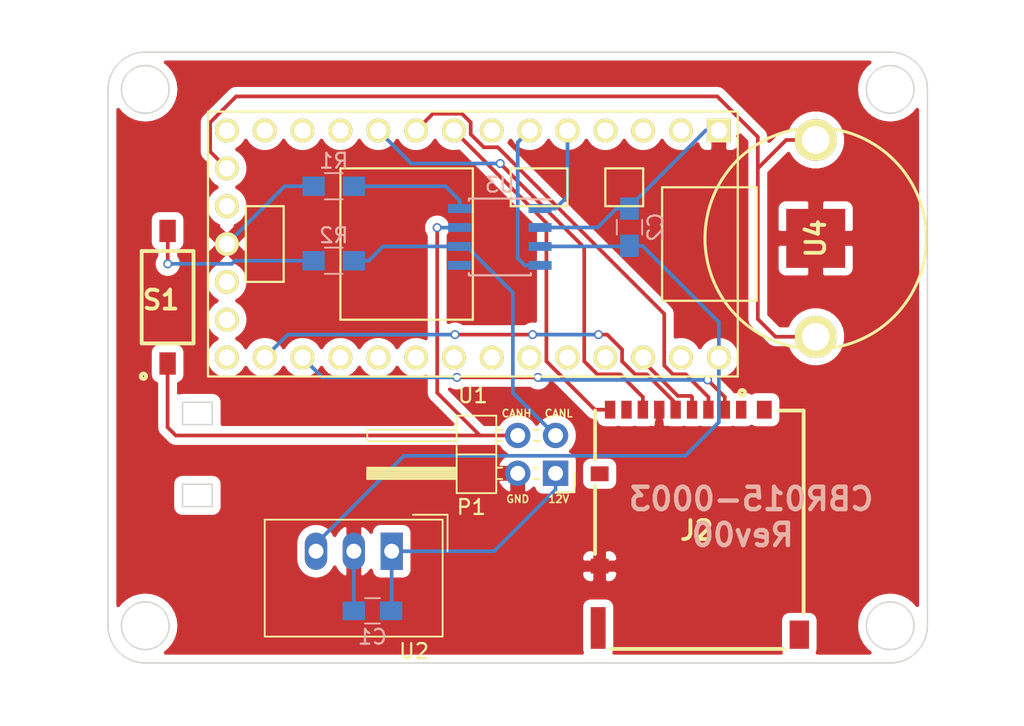
<source format=kicad_pcb>
(kicad_pcb (version 4) (host pcbnew 4.0.4-stable)

  (general
    (links 31)
    (no_connects 0)
    (area 115.25 68 184.000001 116.750001)
    (thickness 1.6)
    (drawings 57)
    (tracks 135)
    (zones 0)
    (modules 11)
    (nets 41)
  )

  (page A4)
  (title_block
    (title "CAN DATALOGGER PCB")
    (date 28-07-18)
    (rev 00)
    (comment 4 CBR015-0003)
  )

  (layers
    (0 F.Cu signal)
    (31 B.Cu signal)
    (32 B.Adhes user)
    (33 F.Adhes user)
    (34 B.Paste user)
    (35 F.Paste user)
    (36 B.SilkS user)
    (37 F.SilkS user)
    (38 B.Mask user)
    (39 F.Mask user)
    (40 Dwgs.User user hide)
    (41 Cmts.User user)
    (42 Eco1.User user)
    (43 Eco2.User user)
    (44 Edge.Cuts user)
    (45 Margin user)
    (46 B.CrtYd user hide)
    (47 F.CrtYd user hide)
    (48 B.Fab user hide)
    (49 F.Fab user hide)
  )

  (setup
    (last_trace_width 0.25)
    (trace_clearance 0.2)
    (zone_clearance 0.508)
    (zone_45_only no)
    (trace_min 0.2)
    (segment_width 0.2)
    (edge_width 0.15)
    (via_size 0.6)
    (via_drill 0.4)
    (via_min_size 0.4)
    (via_min_drill 0.3)
    (uvia_size 0.3)
    (uvia_drill 0.1)
    (uvias_allowed no)
    (uvia_min_size 0.2)
    (uvia_min_drill 0.1)
    (pcb_text_width 0.3)
    (pcb_text_size 1.5 1.5)
    (mod_edge_width 0.15)
    (mod_text_size 1 1)
    (mod_text_width 0.15)
    (pad_size 1.524 1.524)
    (pad_drill 0.762)
    (pad_to_mask_clearance 0.2)
    (aux_axis_origin 0 0)
    (visible_elements 7FFFFFFF)
    (pcbplotparams
      (layerselection 0x010f0_80000001)
      (usegerberextensions true)
      (excludeedgelayer true)
      (linewidth 0.100000)
      (plotframeref false)
      (viasonmask false)
      (mode 1)
      (useauxorigin false)
      (hpglpennumber 1)
      (hpglpenspeed 20)
      (hpglpendiameter 15)
      (hpglpenoverlay 2)
      (psnegative false)
      (psa4output false)
      (plotreference true)
      (plotvalue true)
      (plotinvisibletext false)
      (padsonsilk false)
      (subtractmaskfromsilk false)
      (outputformat 1)
      (mirror false)
      (drillshape 0)
      (scaleselection 1)
      (outputdirectory ""))
  )

  (net 0 "")
  (net 1 Earth)
  (net 2 +12V)
  (net 3 +5V)
  (net 4 "Net-(J2-Pad1)")
  (net 5 SD_CS)
  (net 6 SD_MOSI)
  (net 7 +3V3)
  (net 8 SD_SCK)
  (net 9 SD_MISO)
  (net 10 "Net-(J2-Pad8)")
  (net 11 SD_DETECT)
  (net 12 CANH)
  (net 13 CANL)
  (net 14 "Net-(R1-Pad1)")
  (net 15 TERML)
  (net 16 "Net-(U1-Pad18)")
  (net 17 "Net-(U1-Pad19)")
  (net 18 "Net-(U1-Pad20)")
  (net 19 "Net-(U1-Pad15)")
  (net 20 "Net-(U1-Pad14)")
  (net 21 "Net-(U1-Pad21)")
  (net 22 "Net-(U1-Pad22)")
  (net 23 "Net-(U1-Pad23)")
  (net 24 "Net-(U1-Pad24)")
  (net 25 "Net-(U1-Pad25)")
  (net 26 "Net-(U1-Pad27)")
  (net 27 VBAT)
  (net 28 "Net-(U1-Pad30)")
  (net 29 "Net-(U1-Pad32)")
  (net 30 "Net-(U1-Pad33)")
  (net 31 "Net-(U1-Pad13)")
  (net 32 "Net-(U1-Pad12)")
  (net 33 "Net-(U1-Pad11)")
  (net 34 "Net-(U1-Pad7)")
  (net 35 RX_CAN)
  (net 36 TX_CAN)
  (net 37 "Net-(U1-Pad4)")
  (net 38 "Net-(U1-Pad3)")
  (net 39 "Net-(U1-Pad2)")
  (net 40 "Net-(U3-Pad5)")

  (net_class Default "This is the default net class."
    (clearance 0.2)
    (trace_width 0.25)
    (via_dia 0.6)
    (via_drill 0.4)
    (uvia_dia 0.3)
    (uvia_drill 0.1)
    (add_net +12V)
    (add_net +3V3)
    (add_net +5V)
    (add_net CANH)
    (add_net CANL)
    (add_net Earth)
    (add_net "Net-(J2-Pad1)")
    (add_net "Net-(J2-Pad8)")
    (add_net "Net-(R1-Pad1)")
    (add_net "Net-(U1-Pad11)")
    (add_net "Net-(U1-Pad12)")
    (add_net "Net-(U1-Pad13)")
    (add_net "Net-(U1-Pad14)")
    (add_net "Net-(U1-Pad15)")
    (add_net "Net-(U1-Pad18)")
    (add_net "Net-(U1-Pad19)")
    (add_net "Net-(U1-Pad2)")
    (add_net "Net-(U1-Pad20)")
    (add_net "Net-(U1-Pad21)")
    (add_net "Net-(U1-Pad22)")
    (add_net "Net-(U1-Pad23)")
    (add_net "Net-(U1-Pad24)")
    (add_net "Net-(U1-Pad25)")
    (add_net "Net-(U1-Pad27)")
    (add_net "Net-(U1-Pad3)")
    (add_net "Net-(U1-Pad30)")
    (add_net "Net-(U1-Pad32)")
    (add_net "Net-(U1-Pad33)")
    (add_net "Net-(U1-Pad4)")
    (add_net "Net-(U1-Pad7)")
    (add_net "Net-(U3-Pad5)")
    (add_net RX_CAN)
    (add_net SD_CS)
    (add_net SD_DETECT)
    (add_net SD_MISO)
    (add_net SD_MOSI)
    (add_net SD_SCK)
    (add_net TERML)
    (add_net TX_CAN)
    (add_net VBAT)
  )

  (module Capacitors_SMD:C_0805_HandSoldering (layer B.Cu) (tedit 58AA84A8) (tstamp 5B4E6C34)
    (at 140.25 109)
    (descr "Capacitor SMD 0805, hand soldering")
    (tags "capacitor 0805")
    (path /5A8F4B78)
    (attr smd)
    (fp_text reference C1 (at 0 1.75) (layer B.SilkS)
      (effects (font (size 1 1) (thickness 0.15)) (justify mirror))
    )
    (fp_text value 22µF (at 0 -1.75) (layer B.Fab)
      (effects (font (size 1 1) (thickness 0.15)) (justify mirror))
    )
    (fp_text user %R (at 0 1.75) (layer B.Fab)
      (effects (font (size 1 1) (thickness 0.15)) (justify mirror))
    )
    (fp_line (start -1 -0.62) (end -1 0.62) (layer B.Fab) (width 0.1))
    (fp_line (start 1 -0.62) (end -1 -0.62) (layer B.Fab) (width 0.1))
    (fp_line (start 1 0.62) (end 1 -0.62) (layer B.Fab) (width 0.1))
    (fp_line (start -1 0.62) (end 1 0.62) (layer B.Fab) (width 0.1))
    (fp_line (start 0.5 0.85) (end -0.5 0.85) (layer B.SilkS) (width 0.12))
    (fp_line (start -0.5 -0.85) (end 0.5 -0.85) (layer B.SilkS) (width 0.12))
    (fp_line (start -2.25 0.88) (end 2.25 0.88) (layer B.CrtYd) (width 0.05))
    (fp_line (start -2.25 0.88) (end -2.25 -0.87) (layer B.CrtYd) (width 0.05))
    (fp_line (start 2.25 -0.87) (end 2.25 0.88) (layer B.CrtYd) (width 0.05))
    (fp_line (start 2.25 -0.87) (end -2.25 -0.87) (layer B.CrtYd) (width 0.05))
    (pad 1 smd rect (at -1.25 0) (size 1.5 1.25) (layers B.Cu B.Paste B.Mask)
      (net 1 Earth))
    (pad 2 smd rect (at 1.25 0) (size 1.5 1.25) (layers B.Cu B.Paste B.Mask)
      (net 2 +12V))
    (model Capacitors_SMD.3dshapes/C_0805.wrl
      (at (xyz 0 0 0))
      (scale (xyz 1 1 1))
      (rotate (xyz 0 0 0))
    )
  )

  (module Capacitors_SMD:C_0805_HandSoldering (layer B.Cu) (tedit 58AA84A8) (tstamp 5B4E6C3A)
    (at 157.5 83.25 90)
    (descr "Capacitor SMD 0805, hand soldering")
    (tags "capacitor 0805")
    (path /5A8F3957)
    (attr smd)
    (fp_text reference C2 (at 0 1.75 90) (layer B.SilkS)
      (effects (font (size 1 1) (thickness 0.15)) (justify mirror))
    )
    (fp_text value 100nF (at 0 -1.75 90) (layer B.Fab)
      (effects (font (size 1 1) (thickness 0.15)) (justify mirror))
    )
    (fp_text user %R (at 0 1.75 90) (layer B.Fab)
      (effects (font (size 1 1) (thickness 0.15)) (justify mirror))
    )
    (fp_line (start -1 -0.62) (end -1 0.62) (layer B.Fab) (width 0.1))
    (fp_line (start 1 -0.62) (end -1 -0.62) (layer B.Fab) (width 0.1))
    (fp_line (start 1 0.62) (end 1 -0.62) (layer B.Fab) (width 0.1))
    (fp_line (start -1 0.62) (end 1 0.62) (layer B.Fab) (width 0.1))
    (fp_line (start 0.5 0.85) (end -0.5 0.85) (layer B.SilkS) (width 0.12))
    (fp_line (start -0.5 -0.85) (end 0.5 -0.85) (layer B.SilkS) (width 0.12))
    (fp_line (start -2.25 0.88) (end 2.25 0.88) (layer B.CrtYd) (width 0.05))
    (fp_line (start -2.25 0.88) (end -2.25 -0.87) (layer B.CrtYd) (width 0.05))
    (fp_line (start 2.25 -0.87) (end 2.25 0.88) (layer B.CrtYd) (width 0.05))
    (fp_line (start 2.25 -0.87) (end -2.25 -0.87) (layer B.CrtYd) (width 0.05))
    (pad 1 smd rect (at -1.25 0 90) (size 1.5 1.25) (layers B.Cu B.Paste B.Mask)
      (net 3 +5V))
    (pad 2 smd rect (at 1.25 0 90) (size 1.5 1.25) (layers B.Cu B.Paste B.Mask)
      (net 1 Earth))
    (model Capacitors_SMD.3dshapes/C_0805.wrl
      (at (xyz 0 0 0))
      (scale (xyz 1 1 1))
      (rotate (xyz 0 0 0))
    )
  )

  (module SamacSys_Parts:DM3AT-SF-PEJM5_1 (layer F.Cu) (tedit 5B4E61B8) (tstamp 5B4E6C56)
    (at 169.191 95.557)
    (descr DM3AT-SF-PEJM5_1)
    (tags Connector)
    (path /5B4F3341)
    (attr smd)
    (fp_text reference J2 (at -7.179 8.049) (layer F.SilkS)
      (effects (font (size 1.27 1.27) (thickness 0.254)))
    )
    (fp_text value DM3AT-SF-PEJM5 (at -7.179 8.049) (layer F.SilkS) hide
      (effects (font (size 1.27 1.27) (thickness 0.254)))
    )
    (fp_line (start -14 0) (end 0 0) (layer Dwgs.User) (width 0.254))
    (fp_line (start 0 0) (end 0 16) (layer Dwgs.User) (width 0.254))
    (fp_line (start 0 16) (end -14 16) (layer Dwgs.User) (width 0.254))
    (fp_line (start -14 16) (end -14 0) (layer Dwgs.User) (width 0.254))
    (fp_line (start 0 0) (end 0 13.611) (layer F.SilkS) (width 0.254))
    (fp_line (start -14 0) (end -14 3.303) (layer F.SilkS) (width 0.254))
    (fp_line (start -14 5.012) (end -14 9.625) (layer F.SilkS) (width 0.254))
    (fp_line (start 0 0) (end -1.657 0) (layer F.SilkS) (width 0.254))
    (fp_line (start -12.934 16) (end -1.316 16) (layer F.SilkS) (width 0.254))
    (fp_circle (center -4.124 -1.186) (end -4.19215 -1.186) (layer F.SilkS) (width 0.254))
    (pad 1 smd rect (at -4.191 -0.057) (size 0.7 1.2) (layers F.Cu F.Paste F.Mask)
      (net 4 "Net-(J2-Pad1)"))
    (pad 2 smd rect (at -5.291 -0.057) (size 0.7 1.2) (layers F.Cu F.Paste F.Mask)
      (net 5 SD_CS))
    (pad 3 smd rect (at -6.391 -0.057) (size 0.7 1.2) (layers F.Cu F.Paste F.Mask)
      (net 6 SD_MOSI))
    (pad 4 smd rect (at -7.491 -0.057) (size 0.7 1.2) (layers F.Cu F.Paste F.Mask)
      (net 7 +3V3))
    (pad 5 smd rect (at -8.591 -0.057) (size 0.7 1.2) (layers F.Cu F.Paste F.Mask)
      (net 8 SD_SCK))
    (pad 6 smd rect (at -9.691 -0.057) (size 0.7 1.2) (layers F.Cu F.Paste F.Mask)
      (net 1 Earth))
    (pad 7 smd rect (at -10.791 -0.057) (size 0.7 1.2) (layers F.Cu F.Paste F.Mask)
      (net 9 SD_MISO))
    (pad 8 smd rect (at -11.891 -0.057) (size 0.7 1.2) (layers F.Cu F.Paste F.Mask)
      (net 10 "Net-(J2-Pad8)"))
    (pad 9 smd rect (at -13.691 10.443 90) (size 1 1.2) (layers F.Cu F.Paste F.Mask)
      (net 1 Earth))
    (pad 10 smd rect (at -12.991 -0.057) (size 0.7 1.2) (layers F.Cu F.Paste F.Mask)
      (net 11 SD_DETECT))
    (pad 11 smd rect (at -2.641 -0.057) (size 1 1.2) (layers F.Cu F.Paste F.Mask))
    (pad 12 smd rect (at -13.691 4.243 90) (size 1 1.2) (layers F.Cu F.Paste F.Mask))
    (pad 13 smd rect (at -13.791 14.593) (size 1 2.8) (layers F.Cu F.Paste F.Mask))
    (pad 14 smd rect (at -0.291 15.043) (size 1.3 1.9) (layers F.Cu F.Paste F.Mask))
  )

  (module Pin_Headers:Pin_Header_Angled_2x02_Pitch2.54mm (layer F.Cu) (tedit 59650532) (tstamp 5B4E6C5E)
    (at 152.54 99.77 180)
    (descr "Through hole angled pin header, 2x02, 2.54mm pitch, 6mm pin length, double rows")
    (tags "Through hole angled pin header THT 2x02 2.54mm double row")
    (path /5B4E6405)
    (fp_text reference P1 (at 5.655 -2.27 180) (layer F.SilkS)
      (effects (font (size 1 1) (thickness 0.15)))
    )
    (fp_text value CONN_01X04 (at 5.655 4.81 180) (layer F.Fab)
      (effects (font (size 1 1) (thickness 0.15)))
    )
    (fp_line (start 4.675 -1.27) (end 6.58 -1.27) (layer F.Fab) (width 0.1))
    (fp_line (start 6.58 -1.27) (end 6.58 3.81) (layer F.Fab) (width 0.1))
    (fp_line (start 6.58 3.81) (end 4.04 3.81) (layer F.Fab) (width 0.1))
    (fp_line (start 4.04 3.81) (end 4.04 -0.635) (layer F.Fab) (width 0.1))
    (fp_line (start 4.04 -0.635) (end 4.675 -1.27) (layer F.Fab) (width 0.1))
    (fp_line (start -0.32 -0.32) (end 4.04 -0.32) (layer F.Fab) (width 0.1))
    (fp_line (start -0.32 -0.32) (end -0.32 0.32) (layer F.Fab) (width 0.1))
    (fp_line (start -0.32 0.32) (end 4.04 0.32) (layer F.Fab) (width 0.1))
    (fp_line (start 6.58 -0.32) (end 12.58 -0.32) (layer F.Fab) (width 0.1))
    (fp_line (start 12.58 -0.32) (end 12.58 0.32) (layer F.Fab) (width 0.1))
    (fp_line (start 6.58 0.32) (end 12.58 0.32) (layer F.Fab) (width 0.1))
    (fp_line (start -0.32 2.22) (end 4.04 2.22) (layer F.Fab) (width 0.1))
    (fp_line (start -0.32 2.22) (end -0.32 2.86) (layer F.Fab) (width 0.1))
    (fp_line (start -0.32 2.86) (end 4.04 2.86) (layer F.Fab) (width 0.1))
    (fp_line (start 6.58 2.22) (end 12.58 2.22) (layer F.Fab) (width 0.1))
    (fp_line (start 12.58 2.22) (end 12.58 2.86) (layer F.Fab) (width 0.1))
    (fp_line (start 6.58 2.86) (end 12.58 2.86) (layer F.Fab) (width 0.1))
    (fp_line (start 3.98 -1.33) (end 3.98 3.87) (layer F.SilkS) (width 0.12))
    (fp_line (start 3.98 3.87) (end 6.64 3.87) (layer F.SilkS) (width 0.12))
    (fp_line (start 6.64 3.87) (end 6.64 -1.33) (layer F.SilkS) (width 0.12))
    (fp_line (start 6.64 -1.33) (end 3.98 -1.33) (layer F.SilkS) (width 0.12))
    (fp_line (start 6.64 -0.38) (end 12.64 -0.38) (layer F.SilkS) (width 0.12))
    (fp_line (start 12.64 -0.38) (end 12.64 0.38) (layer F.SilkS) (width 0.12))
    (fp_line (start 12.64 0.38) (end 6.64 0.38) (layer F.SilkS) (width 0.12))
    (fp_line (start 6.64 -0.32) (end 12.64 -0.32) (layer F.SilkS) (width 0.12))
    (fp_line (start 6.64 -0.2) (end 12.64 -0.2) (layer F.SilkS) (width 0.12))
    (fp_line (start 6.64 -0.08) (end 12.64 -0.08) (layer F.SilkS) (width 0.12))
    (fp_line (start 6.64 0.04) (end 12.64 0.04) (layer F.SilkS) (width 0.12))
    (fp_line (start 6.64 0.16) (end 12.64 0.16) (layer F.SilkS) (width 0.12))
    (fp_line (start 6.64 0.28) (end 12.64 0.28) (layer F.SilkS) (width 0.12))
    (fp_line (start 3.582929 -0.38) (end 3.98 -0.38) (layer F.SilkS) (width 0.12))
    (fp_line (start 3.582929 0.38) (end 3.98 0.38) (layer F.SilkS) (width 0.12))
    (fp_line (start 1.11 -0.38) (end 1.497071 -0.38) (layer F.SilkS) (width 0.12))
    (fp_line (start 1.11 0.38) (end 1.497071 0.38) (layer F.SilkS) (width 0.12))
    (fp_line (start 3.98 1.27) (end 6.64 1.27) (layer F.SilkS) (width 0.12))
    (fp_line (start 6.64 2.16) (end 12.64 2.16) (layer F.SilkS) (width 0.12))
    (fp_line (start 12.64 2.16) (end 12.64 2.92) (layer F.SilkS) (width 0.12))
    (fp_line (start 12.64 2.92) (end 6.64 2.92) (layer F.SilkS) (width 0.12))
    (fp_line (start 3.582929 2.16) (end 3.98 2.16) (layer F.SilkS) (width 0.12))
    (fp_line (start 3.582929 2.92) (end 3.98 2.92) (layer F.SilkS) (width 0.12))
    (fp_line (start 1.042929 2.16) (end 1.497071 2.16) (layer F.SilkS) (width 0.12))
    (fp_line (start 1.042929 2.92) (end 1.497071 2.92) (layer F.SilkS) (width 0.12))
    (fp_line (start -1.27 0) (end -1.27 -1.27) (layer F.SilkS) (width 0.12))
    (fp_line (start -1.27 -1.27) (end 0 -1.27) (layer F.SilkS) (width 0.12))
    (fp_line (start -1.8 -1.8) (end -1.8 4.35) (layer F.CrtYd) (width 0.05))
    (fp_line (start -1.8 4.35) (end 13.1 4.35) (layer F.CrtYd) (width 0.05))
    (fp_line (start 13.1 4.35) (end 13.1 -1.8) (layer F.CrtYd) (width 0.05))
    (fp_line (start 13.1 -1.8) (end -1.8 -1.8) (layer F.CrtYd) (width 0.05))
    (fp_text user %R (at 5.31 1.27 270) (layer F.Fab)
      (effects (font (size 1 1) (thickness 0.15)))
    )
    (pad 1 thru_hole rect (at 0 0 180) (size 1.7 1.7) (drill 1) (layers *.Cu *.Mask)
      (net 2 +12V))
    (pad 2 thru_hole oval (at 2.54 0 180) (size 1.7 1.7) (drill 1) (layers *.Cu *.Mask)
      (net 1 Earth))
    (pad 3 thru_hole oval (at 0 2.54 180) (size 1.7 1.7) (drill 1) (layers *.Cu *.Mask)
      (net 13 CANL))
    (pad 4 thru_hole oval (at 2.54 2.54 180) (size 1.7 1.7) (drill 1) (layers *.Cu *.Mask)
      (net 12 CANH))
    (model ${KISYS3DMOD}/Pin_Headers.3dshapes/Pin_Header_Angled_2x02_Pitch2.54mm.wrl
      (at (xyz 0 0 0))
      (scale (xyz 1 1 1))
      (rotate (xyz 0 0 0))
    )
  )

  (module Resistors_SMD:R_0805_HandSoldering (layer B.Cu) (tedit 58E0A804) (tstamp 5B4E6C64)
    (at 137.65 80.5 180)
    (descr "Resistor SMD 0805, hand soldering")
    (tags "resistor 0805")
    (path /5A8F3A22)
    (attr smd)
    (fp_text reference R1 (at 0 1.7 180) (layer B.SilkS)
      (effects (font (size 1 1) (thickness 0.15)) (justify mirror))
    )
    (fp_text value 18K (at 0 -1.75 180) (layer B.Fab)
      (effects (font (size 1 1) (thickness 0.15)) (justify mirror))
    )
    (fp_text user %R (at 0 0 180) (layer B.Fab)
      (effects (font (size 0.5 0.5) (thickness 0.075)) (justify mirror))
    )
    (fp_line (start -1 -0.62) (end -1 0.62) (layer B.Fab) (width 0.1))
    (fp_line (start 1 -0.62) (end -1 -0.62) (layer B.Fab) (width 0.1))
    (fp_line (start 1 0.62) (end 1 -0.62) (layer B.Fab) (width 0.1))
    (fp_line (start -1 0.62) (end 1 0.62) (layer B.Fab) (width 0.1))
    (fp_line (start 0.6 -0.88) (end -0.6 -0.88) (layer B.SilkS) (width 0.12))
    (fp_line (start -0.6 0.88) (end 0.6 0.88) (layer B.SilkS) (width 0.12))
    (fp_line (start -2.35 0.9) (end 2.35 0.9) (layer B.CrtYd) (width 0.05))
    (fp_line (start -2.35 0.9) (end -2.35 -0.9) (layer B.CrtYd) (width 0.05))
    (fp_line (start 2.35 -0.9) (end 2.35 0.9) (layer B.CrtYd) (width 0.05))
    (fp_line (start 2.35 -0.9) (end -2.35 -0.9) (layer B.CrtYd) (width 0.05))
    (pad 1 smd rect (at -1.35 0 180) (size 1.5 1.3) (layers B.Cu B.Paste B.Mask)
      (net 14 "Net-(R1-Pad1)"))
    (pad 2 smd rect (at 1.35 0 180) (size 1.5 1.3) (layers B.Cu B.Paste B.Mask)
      (net 1 Earth))
    (model ${KISYS3DMOD}/Resistors_SMD.3dshapes/R_0805.wrl
      (at (xyz 0 0 0))
      (scale (xyz 1 1 1))
      (rotate (xyz 0 0 0))
    )
  )

  (module Resistors_SMD:R_0805_HandSoldering (layer B.Cu) (tedit 58E0A804) (tstamp 5B4E6C6A)
    (at 137.65 85.5 180)
    (descr "Resistor SMD 0805, hand soldering")
    (tags "resistor 0805")
    (path /5A8F3B80)
    (attr smd)
    (fp_text reference R2 (at 0 1.7 180) (layer B.SilkS)
      (effects (font (size 1 1) (thickness 0.15)) (justify mirror))
    )
    (fp_text value 120 (at 0 -1.75 180) (layer B.Fab)
      (effects (font (size 1 1) (thickness 0.15)) (justify mirror))
    )
    (fp_text user %R (at 0 0 180) (layer B.Fab)
      (effects (font (size 0.5 0.5) (thickness 0.075)) (justify mirror))
    )
    (fp_line (start -1 -0.62) (end -1 0.62) (layer B.Fab) (width 0.1))
    (fp_line (start 1 -0.62) (end -1 -0.62) (layer B.Fab) (width 0.1))
    (fp_line (start 1 0.62) (end 1 -0.62) (layer B.Fab) (width 0.1))
    (fp_line (start -1 0.62) (end 1 0.62) (layer B.Fab) (width 0.1))
    (fp_line (start 0.6 -0.88) (end -0.6 -0.88) (layer B.SilkS) (width 0.12))
    (fp_line (start -0.6 0.88) (end 0.6 0.88) (layer B.SilkS) (width 0.12))
    (fp_line (start -2.35 0.9) (end 2.35 0.9) (layer B.CrtYd) (width 0.05))
    (fp_line (start -2.35 0.9) (end -2.35 -0.9) (layer B.CrtYd) (width 0.05))
    (fp_line (start 2.35 -0.9) (end 2.35 0.9) (layer B.CrtYd) (width 0.05))
    (fp_line (start 2.35 -0.9) (end -2.35 -0.9) (layer B.CrtYd) (width 0.05))
    (pad 1 smd rect (at -1.35 0 180) (size 1.5 1.3) (layers B.Cu B.Paste B.Mask)
      (net 13 CANL))
    (pad 2 smd rect (at 1.35 0 180) (size 1.5 1.3) (layers B.Cu B.Paste B.Mask)
      (net 15 TERML))
    (model ${KISYS3DMOD}/Resistors_SMD.3dshapes/R_0805.wrl
      (at (xyz 0 0 0))
      (scale (xyz 1 1 1))
      (rotate (xyz 0 0 0))
    )
  )

  (module SamacSys_Parts:IKD0103101 (layer F.Cu) (tedit 5B4E5CFC) (tstamp 5B4E6C79)
    (at 126.5 87.95)
    (descr IKD0103101)
    (tags Switch)
    (path /5B4F12C1)
    (attr smd)
    (fp_text reference S1 (at -0.44 0.188) (layer F.SilkS)
      (effects (font (size 1.27 1.27) (thickness 0.254)))
    )
    (fp_text value IKD0103101 (at -0.44 0.188) (layer F.SilkS) hide
      (effects (font (size 1.27 1.27) (thickness 0.254)))
    )
    (fp_line (start -1.74 -3.1) (end 1.74 -3.1) (layer Dwgs.User) (width 0.254))
    (fp_line (start 1.74 -3.1) (end 1.74 3.1) (layer Dwgs.User) (width 0.254))
    (fp_line (start 1.74 3.1) (end -1.74 3.1) (layer Dwgs.User) (width 0.254))
    (fp_line (start -1.74 3.1) (end -1.74 -3.1) (layer Dwgs.User) (width 0.254))
    (fp_line (start -1.74 3.1) (end -1.74 -3.1) (layer F.SilkS) (width 0.254))
    (fp_line (start -1.74 -3.1) (end 1.74 -3.1) (layer F.SilkS) (width 0.254))
    (fp_line (start 1.74 -3.1) (end 1.74 3.1) (layer F.SilkS) (width 0.254))
    (fp_line (start 1.74 3.1) (end -1.74 3.1) (layer F.SilkS) (width 0.254))
    (fp_circle (center -1.624 5.304) (end -1.802 5.304) (layer F.SilkS) (width 0.254))
    (pad 1 smd rect (at 0 4.45) (size 1.1 1.5) (layers F.Cu F.Paste F.Mask)
      (net 12 CANH))
    (pad 2 smd rect (at 0 -4.45) (size 1.1 1.5) (layers F.Cu F.Paste F.Mask)
      (net 15 TERML))
  )

  (module Converters_DCDC_ACDC:DCDC-Conv_TRACO_TSR-1 (layer F.Cu) (tedit 59FE1FB7) (tstamp 5B4E6CB7)
    (at 141.54 105 180)
    (descr "DCDC-Converter, TRACO, TSR 1-xxxx")
    (tags "DCDC-Converter TRACO TSR-1")
    (path /5A8F6488)
    (fp_text reference U2 (at -1.5 -6.71 180) (layer F.SilkS)
      (effects (font (size 1 1) (thickness 0.15)))
    )
    (fp_text value TSR_1-2450 (at 2.5 3.25 180) (layer F.Fab)
      (effects (font (size 1 1) (thickness 0.15)))
    )
    (fp_text user %R (at 3 -3 180) (layer F.Fab)
      (effects (font (size 1 1) (thickness 0.15)))
    )
    (fp_line (start -3.75 2.45) (end -1.42 2.45) (layer F.SilkS) (width 0.12))
    (fp_line (start -3.75 0) (end -3.75 2.45) (layer F.SilkS) (width 0.12))
    (fp_line (start -3.3 1) (end -2.3 2) (layer F.Fab) (width 0.1))
    (fp_line (start -3.3 1) (end -3.3 -5.6) (layer F.Fab) (width 0.1))
    (fp_line (start 8.4 2) (end 8.4 -5.6) (layer F.Fab) (width 0.1))
    (fp_line (start -3.3 -5.6) (end 8.4 -5.6) (layer F.Fab) (width 0.1))
    (fp_line (start -3.55 2.25) (end -3.55 -5.85) (layer F.CrtYd) (width 0.05))
    (fp_line (start 8.65 2.25) (end -3.55 2.25) (layer F.CrtYd) (width 0.05))
    (fp_line (start 8.65 -5.85) (end 8.65 2.25) (layer F.CrtYd) (width 0.05))
    (fp_line (start -3.55 -5.85) (end 8.65 -5.85) (layer F.CrtYd) (width 0.05))
    (fp_line (start 8.52 2.12) (end -3.42 2.12) (layer F.SilkS) (width 0.12))
    (fp_line (start 8.52 -5.73) (end 8.52 2.12) (layer F.SilkS) (width 0.12))
    (fp_line (start -3.42 -5.73) (end 8.52 -5.73) (layer F.SilkS) (width 0.12))
    (fp_line (start -3.42 2.12) (end -3.42 -5.73) (layer F.SilkS) (width 0.12))
    (fp_line (start -2.3 2) (end 8.4 2) (layer F.Fab) (width 0.1))
    (pad 1 thru_hole rect (at 0 0 180) (size 1.5 2.5) (drill 1) (layers *.Cu *.Mask)
      (net 2 +12V))
    (pad 2 thru_hole oval (at 2.54 0 180) (size 1.5 2.5) (drill 1) (layers *.Cu *.Mask)
      (net 1 Earth))
    (pad 3 thru_hole oval (at 5.08 0 180) (size 1.5 2.5) (drill 1) (layers *.Cu *.Mask)
      (net 3 +5V))
    (model ${KISYS3DMOD}/Converters_DCDC_ACDC.3dshapes/DCDC-Conv_TRACO_TSR-1.wrl
      (at (xyz 0 0 0))
      (scale (xyz 1 1 1))
      (rotate (xyz 0 0 0))
    )
  )

  (module Housings_SOIC:SOIC-8_3.9x4.9mm_Pitch1.27mm (layer B.Cu) (tedit 58CD0CDA) (tstamp 5B4E6CC3)
    (at 148.8 83.905 180)
    (descr "8-Lead Plastic Small Outline (SN) - Narrow, 3.90 mm Body [SOIC] (see Microchip Packaging Specification 00000049BS.pdf)")
    (tags "SOIC 1.27")
    (path /5A8F38E0)
    (attr smd)
    (fp_text reference U3 (at 0 3.5 180) (layer B.SilkS)
      (effects (font (size 1 1) (thickness 0.15)) (justify mirror))
    )
    (fp_text value MCP2551-I/SN (at 0 -3.5 180) (layer B.Fab)
      (effects (font (size 1 1) (thickness 0.15)) (justify mirror))
    )
    (fp_text user %R (at 0 0 180) (layer B.Fab)
      (effects (font (size 1 1) (thickness 0.15)) (justify mirror))
    )
    (fp_line (start -0.95 2.45) (end 1.95 2.45) (layer B.Fab) (width 0.1))
    (fp_line (start 1.95 2.45) (end 1.95 -2.45) (layer B.Fab) (width 0.1))
    (fp_line (start 1.95 -2.45) (end -1.95 -2.45) (layer B.Fab) (width 0.1))
    (fp_line (start -1.95 -2.45) (end -1.95 1.45) (layer B.Fab) (width 0.1))
    (fp_line (start -1.95 1.45) (end -0.95 2.45) (layer B.Fab) (width 0.1))
    (fp_line (start -3.73 2.7) (end -3.73 -2.7) (layer B.CrtYd) (width 0.05))
    (fp_line (start 3.73 2.7) (end 3.73 -2.7) (layer B.CrtYd) (width 0.05))
    (fp_line (start -3.73 2.7) (end 3.73 2.7) (layer B.CrtYd) (width 0.05))
    (fp_line (start -3.73 -2.7) (end 3.73 -2.7) (layer B.CrtYd) (width 0.05))
    (fp_line (start -2.075 2.575) (end -2.075 2.525) (layer B.SilkS) (width 0.15))
    (fp_line (start 2.075 2.575) (end 2.075 2.43) (layer B.SilkS) (width 0.15))
    (fp_line (start 2.075 -2.575) (end 2.075 -2.43) (layer B.SilkS) (width 0.15))
    (fp_line (start -2.075 -2.575) (end -2.075 -2.43) (layer B.SilkS) (width 0.15))
    (fp_line (start -2.075 2.575) (end 2.075 2.575) (layer B.SilkS) (width 0.15))
    (fp_line (start -2.075 -2.575) (end 2.075 -2.575) (layer B.SilkS) (width 0.15))
    (fp_line (start -2.075 2.525) (end -3.475 2.525) (layer B.SilkS) (width 0.15))
    (pad 1 smd rect (at -2.7 1.905 180) (size 1.55 0.6) (layers B.Cu B.Paste B.Mask)
      (net 36 TX_CAN))
    (pad 2 smd rect (at -2.7 0.635 180) (size 1.55 0.6) (layers B.Cu B.Paste B.Mask)
      (net 1 Earth))
    (pad 3 smd rect (at -2.7 -0.635 180) (size 1.55 0.6) (layers B.Cu B.Paste B.Mask)
      (net 3 +5V))
    (pad 4 smd rect (at -2.7 -1.905 180) (size 1.55 0.6) (layers B.Cu B.Paste B.Mask)
      (net 35 RX_CAN))
    (pad 5 smd rect (at 2.7 -1.905 180) (size 1.55 0.6) (layers B.Cu B.Paste B.Mask)
      (net 40 "Net-(U3-Pad5)"))
    (pad 6 smd rect (at 2.7 -0.635 180) (size 1.55 0.6) (layers B.Cu B.Paste B.Mask)
      (net 13 CANL))
    (pad 7 smd rect (at 2.7 0.635 180) (size 1.55 0.6) (layers B.Cu B.Paste B.Mask)
      (net 12 CANH))
    (pad 8 smd rect (at 2.7 1.905 180) (size 1.55 0.6) (layers B.Cu B.Paste B.Mask)
      (net 14 "Net-(R1-Pad1)"))
    (model ${KISYS3DMOD}/Housings_SOIC.3dshapes/SOIC-8_3.9x4.9mm_Pitch1.27mm.wrl
      (at (xyz 0 0 0))
      (scale (xyz 1 1 1))
      (rotate (xyz 0 0 0))
    )
  )

  (module SamacSys_Parts:3001 (layer F.Cu) (tedit 5B4E5F05) (tstamp 5B4E6CCE)
    (at 170 84 90)
    (descr 3001)
    (tags "Undefined or Miscellaneous")
    (path /5B4F2054)
    (fp_text reference U4 (at 0 0 90) (layer F.SilkS)
      (effects (font (size 1.27 1.27) (thickness 0.254)))
    )
    (fp_text value 3001 (at 0 0 90) (layer F.SilkS) hide
      (effects (font (size 1.27 1.27) (thickness 0.254)))
    )
    (fp_arc (start 0 0) (end 7.43 0) (angle -180) (layer F.SilkS) (width 0.2))
    (fp_arc (start 0 0) (end -7.43 0) (angle -180) (layer F.SilkS) (width 0.2))
    (fp_arc (start 0 0) (end -7.43 0) (angle 180) (layer Dwgs.User) (width 0.2))
    (fp_arc (start 0 0) (end -7.43 0) (angle -180) (layer Dwgs.User) (width 0.2))
    (pad 1 thru_hole circle (at -6.605 0 180) (size 2.8 2.8) (drill 1.85) (layers *.Cu *.Mask F.SilkS)
      (net 27 VBAT))
    (pad 2 thru_hole circle (at 6.605 0 180) (size 2.8 2.8) (drill 1.85) (layers *.Cu *.Mask F.SilkS)
      (net 27 VBAT))
    (pad 3 smd rect (at 0 0 180) (size 3.96 3.96) (layers F.Cu F.Paste F.Mask)
      (net 1 Earth))
  )

  (module "User Libraries:TEENSY_3.2_33-PIN" (layer F.Cu) (tedit 5B5C98F9) (tstamp 5B5CC5F6)
    (at 146.99 84.38 180)
    (path /5B5C99E9)
    (fp_text reference U1 (at 0 -10.16 180) (layer F.SilkS)
      (effects (font (size 1 1) (thickness 0.15)))
    )
    (fp_text value TEENSY_3.2_BASIC_33-PIN (at 0 10.16 180) (layer F.Fab)
      (effects (font (size 1 1) (thickness 0.15)))
    )
    (fp_line (start -17.78 3.81) (end -19.05 3.81) (layer F.SilkS) (width 0.15))
    (fp_line (start -19.05 3.81) (end -19.05 -3.81) (layer F.SilkS) (width 0.15))
    (fp_line (start -19.05 -3.81) (end -17.78 -3.81) (layer F.SilkS) (width 0.15))
    (fp_line (start -6.35 5.08) (end -2.54 5.08) (layer F.SilkS) (width 0.15))
    (fp_line (start -2.54 5.08) (end -2.54 2.54) (layer F.SilkS) (width 0.15))
    (fp_line (start -2.54 2.54) (end -6.35 2.54) (layer F.SilkS) (width 0.15))
    (fp_line (start -6.35 2.54) (end -6.35 5.08) (layer F.SilkS) (width 0.15))
    (fp_line (start -12.7 3.81) (end -12.7 -3.81) (layer F.SilkS) (width 0.15))
    (fp_line (start -12.7 -3.81) (end -17.78 -3.81) (layer F.SilkS) (width 0.15))
    (fp_line (start -12.7 3.81) (end -17.78 3.81) (layer F.SilkS) (width 0.15))
    (fp_line (start -11.43 5.08) (end -8.89 5.08) (layer F.SilkS) (width 0.15))
    (fp_line (start -8.89 5.08) (end -8.89 2.54) (layer F.SilkS) (width 0.15))
    (fp_line (start -8.89 2.54) (end -11.43 2.54) (layer F.SilkS) (width 0.15))
    (fp_line (start -11.43 2.54) (end -11.43 5.08) (layer F.SilkS) (width 0.15))
    (fp_line (start 15.24 -2.54) (end 15.24 2.54) (layer F.SilkS) (width 0.15))
    (fp_line (start 15.24 2.54) (end 12.7 2.54) (layer F.SilkS) (width 0.15))
    (fp_line (start 12.7 2.54) (end 12.7 -2.54) (layer F.SilkS) (width 0.15))
    (fp_line (start 12.7 -2.54) (end 15.24 -2.54) (layer F.SilkS) (width 0.15))
    (fp_line (start 8.89 5.08) (end 8.89 -5.08) (layer F.SilkS) (width 0.15))
    (fp_line (start 0 -5.08) (end 0 5.08) (layer F.SilkS) (width 0.15))
    (fp_line (start 8.89 -5.08) (end 0 -5.08) (layer F.SilkS) (width 0.15))
    (fp_line (start 8.89 5.08) (end 0 5.08) (layer F.SilkS) (width 0.15))
    (fp_line (start -17.78 -8.89) (end 17.78 -8.89) (layer F.SilkS) (width 0.15))
    (fp_line (start 17.78 -8.89) (end 17.78 8.89) (layer F.SilkS) (width 0.15))
    (fp_line (start 17.78 8.89) (end -17.78 8.89) (layer F.SilkS) (width 0.15))
    (fp_line (start -17.78 8.89) (end -17.78 -8.89) (layer F.SilkS) (width 0.15))
    (pad 15 thru_hole circle (at 16.51 -7.62 180) (size 1.6 1.6) (drill 1.1) (layers *.Cu *.Mask F.SilkS)
      (net 19 "Net-(U1-Pad15)"))
    (pad 14 thru_hole circle (at 16.51 7.62 180) (size 1.6 1.6) (drill 1.1) (layers *.Cu *.Mask F.SilkS)
      (net 20 "Net-(U1-Pad14)"))
    (pad 16 thru_hole circle (at 13.97 -7.62 180) (size 1.6 1.6) (drill 1.1) (layers *.Cu *.Mask F.SilkS)
      (net 8 SD_SCK))
    (pad 17 thru_hole circle (at 11.43 -7.62 180) (size 1.6 1.6) (drill 1.1) (layers *.Cu *.Mask F.SilkS)
      (net 5 SD_CS))
    (pad 18 thru_hole circle (at 8.89 -7.62 180) (size 1.6 1.6) (drill 1.1) (layers *.Cu *.Mask F.SilkS)
      (net 16 "Net-(U1-Pad18)"))
    (pad 19 thru_hole circle (at 6.35 -7.62 180) (size 1.6 1.6) (drill 1.1) (layers *.Cu *.Mask F.SilkS)
      (net 17 "Net-(U1-Pad19)"))
    (pad 20 thru_hole circle (at 3.81 -7.62 180) (size 1.6 1.6) (drill 1.1) (layers *.Cu *.Mask F.SilkS)
      (net 18 "Net-(U1-Pad20)"))
    (pad 21 thru_hole circle (at 1.27 -7.62 180) (size 1.6 1.6) (drill 1.1) (layers *.Cu *.Mask F.SilkS)
      (net 21 "Net-(U1-Pad21)"))
    (pad 22 thru_hole circle (at -1.27 -7.62 180) (size 1.6 1.6) (drill 1.1) (layers *.Cu *.Mask F.SilkS)
      (net 22 "Net-(U1-Pad22)"))
    (pad 23 thru_hole circle (at -3.81 -7.62 180) (size 1.6 1.6) (drill 1.1) (layers *.Cu *.Mask F.SilkS)
      (net 23 "Net-(U1-Pad23)"))
    (pad 24 thru_hole circle (at -6.35 -7.62 180) (size 1.6 1.6) (drill 1.1) (layers *.Cu *.Mask F.SilkS)
      (net 24 "Net-(U1-Pad24)"))
    (pad 25 thru_hole circle (at -8.89 -7.62 180) (size 1.6 1.6) (drill 1.1) (layers *.Cu *.Mask F.SilkS)
      (net 25 "Net-(U1-Pad25)"))
    (pad 26 thru_hole circle (at -11.43 -7.62 180) (size 1.6 1.6) (drill 1.1) (layers *.Cu *.Mask F.SilkS)
      (net 7 +3V3))
    (pad 27 thru_hole circle (at -13.97 -7.62 180) (size 1.6 1.6) (drill 1.1) (layers *.Cu *.Mask F.SilkS)
      (net 26 "Net-(U1-Pad27)"))
    (pad 28 thru_hole circle (at -16.51 -7.62 180) (size 1.6 1.6) (drill 1.1) (layers *.Cu *.Mask F.SilkS)
      (net 3 +5V))
    (pad 13 thru_hole circle (at 13.97 7.62 180) (size 1.6 1.6) (drill 1.1) (layers *.Cu *.Mask F.SilkS)
      (net 31 "Net-(U1-Pad13)"))
    (pad 12 thru_hole circle (at 11.43 7.62 180) (size 1.6 1.6) (drill 1.1) (layers *.Cu *.Mask F.SilkS)
      (net 32 "Net-(U1-Pad12)"))
    (pad 11 thru_hole circle (at 8.89 7.62 180) (size 1.6 1.6) (drill 1.1) (layers *.Cu *.Mask F.SilkS)
      (net 33 "Net-(U1-Pad11)"))
    (pad 10 thru_hole circle (at 6.35 7.62 180) (size 1.6 1.6) (drill 1.1) (layers *.Cu *.Mask F.SilkS)
      (net 9 SD_MISO))
    (pad 9 thru_hole circle (at 3.81 7.62 180) (size 1.6 1.6) (drill 1.1) (layers *.Cu *.Mask F.SilkS)
      (net 6 SD_MOSI))
    (pad 8 thru_hole circle (at 1.27 7.62 180) (size 1.6 1.6) (drill 1.1) (layers *.Cu *.Mask F.SilkS)
      (net 11 SD_DETECT))
    (pad 7 thru_hole circle (at -1.27 7.62 180) (size 1.6 1.6) (drill 1.1) (layers *.Cu *.Mask F.SilkS)
      (net 34 "Net-(U1-Pad7)"))
    (pad 6 thru_hole circle (at -3.81 7.62 180) (size 1.6 1.6) (drill 1.1) (layers *.Cu *.Mask F.SilkS)
      (net 35 RX_CAN))
    (pad 5 thru_hole circle (at -6.35 7.62 180) (size 1.6 1.6) (drill 1.1) (layers *.Cu *.Mask F.SilkS)
      (net 36 TX_CAN))
    (pad 4 thru_hole circle (at -8.89 7.62 180) (size 1.6 1.6) (drill 1.1) (layers *.Cu *.Mask F.SilkS)
      (net 37 "Net-(U1-Pad4)"))
    (pad 3 thru_hole circle (at -11.43 7.62 180) (size 1.6 1.6) (drill 1.1) (layers *.Cu *.Mask F.SilkS)
      (net 38 "Net-(U1-Pad3)"))
    (pad 2 thru_hole circle (at -13.97 7.62 180) (size 1.6 1.6) (drill 1.1) (layers *.Cu *.Mask F.SilkS)
      (net 39 "Net-(U1-Pad2)"))
    (pad 1 thru_hole rect (at -16.51 7.62 180) (size 1.6 1.6) (drill 1.1) (layers *.Cu *.Mask F.SilkS)
      (net 1 Earth))
    (pad 33 thru_hole circle (at 16.51 -5.08 180) (size 1.6 1.6) (drill 1.1) (layers *.Cu *.Mask F.SilkS)
      (net 30 "Net-(U1-Pad33)"))
    (pad 32 thru_hole circle (at 16.51 -2.54 180) (size 1.6 1.6) (drill 1.1) (layers *.Cu *.Mask F.SilkS)
      (net 29 "Net-(U1-Pad32)"))
    (pad 31 thru_hole circle (at 16.51 0 180) (size 1.6 1.6) (drill 1.1) (layers *.Cu *.Mask F.SilkS)
      (net 1 Earth))
    (pad 30 thru_hole circle (at 16.51 2.54 180) (size 1.6 1.6) (drill 1.1) (layers *.Cu *.Mask F.SilkS)
      (net 28 "Net-(U1-Pad30)"))
    (pad 29 thru_hole circle (at 16.51 5.08 180) (size 1.6 1.6) (drill 1.1) (layers *.Cu *.Mask F.SilkS)
      (net 27 VBAT))
  )

  (gr_text GND (at 150 101.5) (layer F.SilkS) (tstamp 5B5CC8E4)
    (effects (font (size 0.5 0.5) (thickness 0.1)))
  )
  (gr_text 12V (at 152.75 101.5) (layer F.SilkS) (tstamp 5B5CC8E1)
    (effects (font (size 0.5 0.5) (thickness 0.1)))
  )
  (gr_text CANL (at 152.75 95.75) (layer F.SilkS) (tstamp 5B5CC8DA)
    (effects (font (size 0.5 0.5) (thickness 0.1)))
  )
  (gr_text CANH (at 149.92 95.75) (layer F.SilkS) (tstamp 5B5CC87E)
    (effects (font (size 0.5 0.5) (thickness 0.1)))
  )
  (gr_text "CBR015-0003 \nRev00" (at 165.1 102.7) (layer B.SilkS)
    (effects (font (size 1.5 1.5) (thickness 0.3)) (justify mirror))
  )
  (gr_line (start 125 112.5) (end 175 112.5) (layer Edge.Cuts) (width 0.1))
  (gr_arc (start 175 110) (end 175 112.5) (angle -90.000003) (layer Edge.Cuts) (width 0.1))
  (gr_line (start 177.5 110) (end 177.5 74) (layer Edge.Cuts) (width 0.1))
  (gr_arc (start 175 74) (end 177.5 74) (angle -90.000003) (layer Edge.Cuts) (width 0.1))
  (gr_line (start 175 71.5) (end 125 71.5) (layer Edge.Cuts) (width 0.1))
  (gr_arc (start 125 74) (end 125 71.5) (angle -90.000002) (layer Edge.Cuts) (width 0.1))
  (gr_line (start 122.5 74) (end 122.5 110) (layer Edge.Cuts) (width 0.1))
  (gr_arc (start 125 110) (end 122.5 110) (angle -89.999992) (layer Edge.Cuts) (width 0.1))
  (gr_circle (center 125 110) (end 126.6 110) (layer Edge.Cuts) (width 0.1))
  (gr_circle (center 175 74) (end 176.6 74) (layer Edge.Cuts) (width 0.1))
  (gr_circle (center 125 74) (end 126.6 74) (layer Edge.Cuts) (width 0.1))
  (gr_circle (center 175 110) (end 176.6 110) (layer Edge.Cuts) (width 0.1))
  (gr_line (start 129.5 96.5) (end 129.5 95) (layer Edge.Cuts) (width 0.1))
  (gr_line (start 129.5 96.5) (end 127.5 96.5) (layer Edge.Cuts) (width 0.1))
  (gr_line (start 127.5 95) (end 127.5 96.5) (layer Edge.Cuts) (width 0.1))
  (gr_line (start 127.5 95) (end 129.5 95) (layer Edge.Cuts) (width 0.1))
  (gr_line (start 129.5 100.5) (end 127.5 100.5) (layer Edge.Cuts) (width 0.1))
  (gr_line (start 129.5 100.5) (end 129.5 102) (layer Edge.Cuts) (width 0.1))
  (gr_line (start 127.5 102) (end 129.5 102) (layer Edge.Cuts) (width 0.1))
  (gr_line (start 127.5 102) (end 127.5 100.5) (layer Edge.Cuts) (width 0.1))
  (gr_line (start 123.5 79.5) (end 123.5 104.5) (layer B.Fab) (width 0.1))
  (gr_arc (start 125 104.5) (end 123.5 104.5) (angle -89.999992) (layer B.Fab) (width 0.1))
  (gr_arc (start 125 110) (end 129 110) (angle -90.000003) (layer B.Fab) (width 0.1))
  (gr_arc (start 130.5 110) (end 129 110) (angle -89.999992) (layer B.Fab) (width 0.1))
  (gr_line (start 130.5 111.5) (end 169.5 111.5) (layer B.Fab) (width 0.1))
  (gr_arc (start 169.5 110) (end 169.5 111.5) (angle -90.000003) (layer B.Fab) (width 0.1))
  (gr_arc (start 175 110) (end 175 106) (angle -89.999992) (layer B.Fab) (width 0.1))
  (gr_arc (start 175 104.5) (end 175 106) (angle -90.000003) (layer B.Fab) (width 0.1))
  (gr_line (start 176.5 104.5) (end 176.5 79.5) (layer B.Fab) (width 0.1))
  (gr_arc (start 175 79.5) (end 176.5 79.5) (angle -90.000003) (layer B.Fab) (width 0.1))
  (gr_arc (start 175 74) (end 171 74) (angle -89.999992) (layer B.Fab) (width 0.1))
  (gr_arc (start 169.5 74) (end 171 74) (angle -90.000003) (layer B.Fab) (width 0.1))
  (gr_line (start 169.5 72.5) (end 130.5 72.5) (layer B.Fab) (width 0.1))
  (gr_arc (start 130.5 74) (end 130.5 72.5) (angle -90.000002) (layer B.Fab) (width 0.1))
  (gr_arc (start 125 74) (end 125 78) (angle -90.000003) (layer B.Fab) (width 0.1))
  (gr_arc (start 125 79.5) (end 125 78) (angle -89.999992) (layer B.Fab) (width 0.1))
  (gr_arc (start 175 74.027863) (end 171.521672 73.638974) (angle -102.758738) (layer F.Fab) (width 0.1))
  (gr_arc (start 170.527863 73.527863) (end 171.521671 73.638974) (angle -96.379373) (layer F.Fab) (width 0.1))
  (gr_line (start 129.472137 72.527863) (end 170.527863 72.527863) (layer F.Fab) (width 0.1))
  (gr_arc (start 129.472137 73.527863) (end 129.472137 72.527863) (angle -96.379361) (layer F.Fab) (width 0.1))
  (gr_arc (start 125 74.027863) (end 124.611111 77.506191) (angle -102.758742) (layer F.Fab) (width 0.1))
  (gr_arc (start 124.5 78.5) (end 124.611111 77.506192) (angle -96.379379) (layer F.Fab) (width 0.1))
  (gr_line (start 123.5 105.555726) (end 123.5 78.5) (layer F.Fab) (width 0.1))
  (gr_arc (start 124.5 105.555726) (end 123.5 105.555726) (angle -96.379369) (layer F.Fab) (width 0.1))
  (gr_arc (start 125 110.027863) (end 128.478328 110.416752) (angle -102.758742) (layer F.Fab) (width 0.1))
  (gr_arc (start 129.472137 110.527863) (end 128.478329 110.416752) (angle -96.379361) (layer F.Fab) (width 0.1))
  (gr_line (start 170.527863 111.527863) (end 129.472137 111.527863) (layer F.Fab) (width 0.1))
  (gr_line (start 176.5 78.5) (end 176.5 105.555726) (layer F.Fab) (width 0.1))
  (gr_arc (start 175.5 105.555726) (end 175.388889 106.549534) (angle -96.379372) (layer F.Fab) (width 0.1))
  (gr_arc (start 175 110.027863) (end 175.388889 106.549535) (angle -102.758738) (layer F.Fab) (width 0.1))
  (gr_arc (start 170.527863 110.527863) (end 170.527863 111.527863) (angle -96.379373) (layer F.Fab) (width 0.1))
  (gr_arc (start 175.5 78.5) (end 176.5 78.5) (angle -96.379372) (layer F.Fab) (width 0.1))

  (segment (start 136.3 80.5) (end 134.36 80.5) (width 0.25) (layer B.Cu) (net 1))
  (segment (start 134.36 80.5) (end 130.48 84.38) (width 0.25) (layer B.Cu) (net 1))
  (segment (start 139 109) (end 139 105) (width 0.25) (layer B.Cu) (net 1))
  (segment (start 157.5 82) (end 156.625 82) (width 0.25) (layer B.Cu) (net 1))
  (segment (start 156.625 82) (end 155.355 83.27) (width 0.25) (layer B.Cu) (net 1))
  (segment (start 155.355 83.27) (end 152.525 83.27) (width 0.25) (layer B.Cu) (net 1))
  (segment (start 152.525 83.27) (end 151.5 83.27) (width 0.25) (layer B.Cu) (net 1))
  (segment (start 157.5 82) (end 157.5 81.875) (width 0.25) (layer B.Cu) (net 1))
  (segment (start 157.5 81.875) (end 162.615 76.76) (width 0.25) (layer B.Cu) (net 1))
  (segment (start 162.615 76.76) (end 163.5 76.76) (width 0.25) (layer B.Cu) (net 1))
  (segment (start 141.54 105) (end 148.41 105) (width 0.25) (layer B.Cu) (net 2))
  (segment (start 148.41 105) (end 152.54 100.87) (width 0.25) (layer B.Cu) (net 2))
  (segment (start 152.54 100.87) (end 152.54 99.77) (width 0.25) (layer B.Cu) (net 2))
  (segment (start 141.54 105) (end 141.54 108.96) (width 0.25) (layer B.Cu) (net 2))
  (segment (start 141.54 108.96) (end 141.5 109) (width 0.25) (layer B.Cu) (net 2))
  (segment (start 136.46 105) (end 136.46 104.5) (width 0.25) (layer B.Cu) (net 3))
  (segment (start 136.46 104.5) (end 142.365001 98.594999) (width 0.25) (layer B.Cu) (net 3))
  (segment (start 142.365001 98.594999) (end 161.244999 98.594999) (width 0.25) (layer B.Cu) (net 3))
  (segment (start 161.244999 98.594999) (end 163.5 96.339998) (width 0.25) (layer B.Cu) (net 3))
  (segment (start 163.5 96.339998) (end 163.5 93.13137) (width 0.25) (layer B.Cu) (net 3))
  (segment (start 163.5 93.13137) (end 163.5 92) (width 0.25) (layer B.Cu) (net 3))
  (segment (start 163.5 92) (end 163.5 89.625) (width 0.25) (layer B.Cu) (net 3))
  (segment (start 163.5 89.625) (end 158.375 84.5) (width 0.25) (layer B.Cu) (net 3))
  (segment (start 158.375 84.5) (end 157.5 84.5) (width 0.25) (layer B.Cu) (net 3))
  (segment (start 151.5 84.54) (end 157.46 84.54) (width 0.25) (layer B.Cu) (net 3))
  (segment (start 157.46 84.54) (end 157.5 84.5) (width 0.25) (layer B.Cu) (net 3))
  (segment (start 162.75 93.5) (end 151.53 93.5) (width 0.25) (layer B.Cu) (net 5))
  (segment (start 151.53 93.5) (end 151.36 93.33) (width 0.25) (layer B.Cu) (net 5))
  (segment (start 163.9 95.5) (end 163.9 94.65) (width 0.25) (layer F.Cu) (net 5))
  (segment (start 163.9 94.65) (end 162.75 93.5) (width 0.25) (layer F.Cu) (net 5))
  (via (at 162.75 93.5) (size 0.6) (drill 0.4) (layers F.Cu B.Cu) (net 5))
  (segment (start 145.92 93.33) (end 136.89 93.33) (width 0.25) (layer B.Cu) (net 5))
  (segment (start 136.89 93.33) (end 135.56 92) (width 0.25) (layer B.Cu) (net 5))
  (segment (start 151.36 93.33) (end 145.92 93.33) (width 0.25) (layer F.Cu) (net 5))
  (via (at 145.92 93.33) (size 0.6) (drill 0.4) (layers F.Cu B.Cu) (net 5))
  (via (at 151.36 93.33) (size 0.6) (drill 0.4) (layers F.Cu B.Cu) (net 5))
  (segment (start 151.361257 93.328743) (end 151.36 93.33) (width 0.25) (layer B.Cu) (net 5))
  (segment (start 149.588886 78.813886) (end 148.660001 77.885001) (width 0.25) (layer F.Cu) (net 6))
  (segment (start 148.660001 77.885001) (end 147.719999 77.885001) (width 0.25) (layer F.Cu) (net 6))
  (segment (start 147.719999 77.885001) (end 146.845001 77.010003) (width 0.25) (layer F.Cu) (net 6))
  (segment (start 149.588886 78.82) (end 149.588886 78.813886) (width 0.25) (layer F.Cu) (net 6))
  (segment (start 162.8 95.5) (end 162.8 94.65) (width 0.25) (layer F.Cu) (net 6))
  (segment (start 162.8 94.65) (end 161.275001 93.125001) (width 0.25) (layer F.Cu) (net 6))
  (segment (start 161.275001 93.125001) (end 160.419999 93.125001) (width 0.25) (layer F.Cu) (net 6))
  (segment (start 160.419999 93.125001) (end 159.834999 92.540001) (width 0.25) (layer F.Cu) (net 6))
  (segment (start 159.834999 92.540001) (end 159.834999 89.066113) (width 0.25) (layer F.Cu) (net 6))
  (segment (start 159.834999 89.066113) (end 149.588886 78.82) (width 0.25) (layer F.Cu) (net 6))
  (segment (start 146.845001 77.010003) (end 146.845001 76.219999) (width 0.25) (layer F.Cu) (net 6))
  (segment (start 146.845001 76.219999) (end 146.260001 75.634999) (width 0.25) (layer F.Cu) (net 6))
  (segment (start 146.260001 75.634999) (end 144.305001 75.634999) (width 0.25) (layer F.Cu) (net 6))
  (segment (start 144.305001 75.634999) (end 143.979999 75.960001) (width 0.25) (layer F.Cu) (net 6))
  (segment (start 143.979999 75.960001) (end 143.18 76.76) (width 0.25) (layer F.Cu) (net 6))
  (segment (start 158.42 92) (end 158.42 92.248588) (width 0.25) (layer F.Cu) (net 7))
  (segment (start 158.42 92.248588) (end 160.746411 94.574999) (width 0.25) (layer F.Cu) (net 7))
  (segment (start 160.746411 94.574999) (end 161.624999 94.574999) (width 0.25) (layer F.Cu) (net 7))
  (segment (start 161.624999 94.574999) (end 161.7 94.65) (width 0.25) (layer F.Cu) (net 7))
  (segment (start 161.7 94.65) (end 161.7 95.5) (width 0.25) (layer F.Cu) (net 7))
  (segment (start 145.79 90.46) (end 134.56 90.46) (width 0.25) (layer B.Cu) (net 8))
  (segment (start 134.56 90.46) (end 133.02 92) (width 0.25) (layer B.Cu) (net 8))
  (segment (start 151 90.46) (end 145.79 90.46) (width 0.25) (layer F.Cu) (net 8))
  (via (at 145.79 90.46) (size 0.6) (drill 0.4) (layers F.Cu B.Cu) (net 8))
  (segment (start 155.42 90.46) (end 151 90.46) (width 0.25) (layer B.Cu) (net 8))
  (via (at 151 90.46) (size 0.6) (drill 0.4) (layers F.Cu B.Cu) (net 8))
  (segment (start 160.6 95.5) (end 160.6 95.064998) (width 0.25) (layer F.Cu) (net 8))
  (segment (start 156.005002 90.46) (end 155.42 90.46) (width 0.25) (layer F.Cu) (net 8))
  (segment (start 160.6 95.064998) (end 158.660003 93.125001) (width 0.25) (layer F.Cu) (net 8))
  (segment (start 158.660003 93.125001) (end 157.879999 93.125001) (width 0.25) (layer F.Cu) (net 8))
  (segment (start 157.879999 93.125001) (end 157.005001 92.250003) (width 0.25) (layer F.Cu) (net 8))
  (segment (start 157.005001 92.250003) (end 157.005001 91.459999) (width 0.25) (layer F.Cu) (net 8))
  (segment (start 157.005001 91.459999) (end 156.005002 90.46) (width 0.25) (layer F.Cu) (net 8))
  (via (at 155.42 90.46) (size 0.6) (drill 0.4) (layers F.Cu B.Cu) (net 8))
  (segment (start 142.83 78.95) (end 140.64 76.76) (width 0.25) (layer B.Cu) (net 9))
  (segment (start 148.825 78.975) (end 142.855 78.975) (width 0.25) (layer B.Cu) (net 9))
  (segment (start 142.855 78.975) (end 142.83 78.95) (width 0.25) (layer B.Cu) (net 9))
  (segment (start 149.331942 79.488058) (end 149.331942 79.481942) (width 0.25) (layer F.Cu) (net 9))
  (segment (start 149.331942 79.481942) (end 148.825 78.975) (width 0.25) (layer F.Cu) (net 9))
  (via (at 148.825 78.975) (size 0.6) (drill 0.4) (layers F.Cu B.Cu) (net 9))
  (segment (start 158.4 95.5) (end 158.4 94.65) (width 0.25) (layer F.Cu) (net 9))
  (segment (start 158.4 94.65) (end 156.875001 93.125001) (width 0.25) (layer F.Cu) (net 9))
  (segment (start 156.875001 93.125001) (end 155.339999 93.125001) (width 0.25) (layer F.Cu) (net 9))
  (segment (start 154.465001 92.250003) (end 154.465001 84.621117) (width 0.25) (layer F.Cu) (net 9))
  (segment (start 155.339999 93.125001) (end 154.465001 92.250003) (width 0.25) (layer F.Cu) (net 9))
  (segment (start 154.465001 84.621117) (end 149.331942 79.488058) (width 0.25) (layer F.Cu) (net 9))
  (segment (start 156.2 95.5) (end 155.174998 95.5) (width 0.25) (layer F.Cu) (net 11))
  (segment (start 155.174998 95.5) (end 151.925001 92.250003) (width 0.25) (layer F.Cu) (net 11))
  (segment (start 151.925001 92.250003) (end 151.925001 82.965001) (width 0.25) (layer F.Cu) (net 11))
  (segment (start 151.925001 82.965001) (end 146.519999 77.559999) (width 0.25) (layer F.Cu) (net 11))
  (segment (start 146.519999 77.559999) (end 145.72 76.76) (width 0.25) (layer F.Cu) (net 11))
  (segment (start 147.46 97.23) (end 127.05 97.23) (width 0.25) (layer F.Cu) (net 12))
  (segment (start 127.05 97.23) (end 126.5 96.68) (width 0.25) (layer F.Cu) (net 12))
  (segment (start 150 97.23) (end 147.46 97.23) (width 0.25) (layer F.Cu) (net 12))
  (segment (start 147.46 97.23) (end 144.594999 94.364999) (width 0.25) (layer F.Cu) (net 12))
  (segment (start 144.594999 94.364999) (end 144.594999 83.284999) (width 0.25) (layer F.Cu) (net 12))
  (segment (start 144.594999 83.284999) (end 144.59 83.28) (width 0.25) (layer F.Cu) (net 12))
  (segment (start 144.59 83.28) (end 146.09 83.28) (width 0.25) (layer B.Cu) (net 12))
  (segment (start 146.09 83.28) (end 146.1 83.27) (width 0.25) (layer B.Cu) (net 12))
  (via (at 144.59 83.28) (size 0.6) (drill 0.4) (layers F.Cu B.Cu) (net 12))
  (segment (start 126.5 92.4) (end 126.5 96.68) (width 0.25) (layer F.Cu) (net 12))
  (segment (start 146.1 84.54) (end 146.575 84.54) (width 0.25) (layer B.Cu) (net 13))
  (segment (start 146.575 84.54) (end 149.674999 87.639999) (width 0.25) (layer B.Cu) (net 13))
  (segment (start 149.674999 87.639999) (end 149.674999 94.364999) (width 0.25) (layer B.Cu) (net 13))
  (segment (start 149.674999 94.364999) (end 151.690001 96.380001) (width 0.25) (layer B.Cu) (net 13))
  (segment (start 151.690001 96.380001) (end 152.54 97.23) (width 0.25) (layer B.Cu) (net 13))
  (segment (start 139 85.5) (end 140 85.5) (width 0.25) (layer B.Cu) (net 13))
  (segment (start 140 85.5) (end 140.96 84.54) (width 0.25) (layer B.Cu) (net 13))
  (segment (start 140.96 84.54) (end 145.075 84.54) (width 0.25) (layer B.Cu) (net 13))
  (segment (start 145.075 84.54) (end 146.1 84.54) (width 0.25) (layer B.Cu) (net 13))
  (segment (start 139 80.5) (end 145.15 80.5) (width 0.25) (layer B.Cu) (net 14))
  (segment (start 145.15 80.5) (end 146.1 81.45) (width 0.25) (layer B.Cu) (net 14))
  (segment (start 146.1 81.45) (end 146.1 82) (width 0.25) (layer B.Cu) (net 14))
  (segment (start 126.51 85.71) (end 126.51 83.51) (width 0.25) (layer F.Cu) (net 15))
  (segment (start 126.51 83.51) (end 126.5 83.5) (width 0.25) (layer F.Cu) (net 15))
  (segment (start 136.3 85.5) (end 131.025002 85.5) (width 0.25) (layer B.Cu) (net 15))
  (segment (start 131.025002 85.5) (end 130.815002 85.71) (width 0.25) (layer B.Cu) (net 15))
  (segment (start 130.815002 85.71) (end 126.51 85.71) (width 0.25) (layer B.Cu) (net 15))
  (via (at 126.51 85.71) (size 0.6) (drill 0.4) (layers F.Cu B.Cu) (net 15))
  (segment (start 163.395002 74.47) (end 131.104998 74.47) (width 0.25) (layer F.Cu) (net 27))
  (segment (start 131.104998 74.47) (end 129.354999 76.219999) (width 0.25) (layer F.Cu) (net 27))
  (segment (start 129.354999 76.219999) (end 129.354999 78.174999) (width 0.25) (layer F.Cu) (net 27))
  (segment (start 129.354999 78.174999) (end 129.680001 78.500001) (width 0.25) (layer F.Cu) (net 27))
  (segment (start 129.680001 78.500001) (end 130.48 79.3) (width 0.25) (layer F.Cu) (net 27))
  (segment (start 166.115102 79.3) (end 166.115102 77.1901) (width 0.25) (layer F.Cu) (net 27))
  (segment (start 166.115102 77.1901) (end 163.395002 74.47) (width 0.25) (layer F.Cu) (net 27))
  (segment (start 167.305 90.605) (end 166.115102 89.415102) (width 0.25) (layer F.Cu) (net 27))
  (segment (start 166.115102 89.415102) (end 166.115102 79.3) (width 0.25) (layer F.Cu) (net 27))
  (segment (start 170 90.605) (end 167.305 90.605) (width 0.25) (layer F.Cu) (net 27))
  (segment (start 170 77.395) (end 168.020102 77.395) (width 0.25) (layer F.Cu) (net 27))
  (segment (start 168.020102 77.395) (end 166.115102 79.3) (width 0.25) (layer F.Cu) (net 27))
  (segment (start 150.000001 85.335001) (end 150.000001 77.559999) (width 0.25) (layer B.Cu) (net 35))
  (segment (start 151.5 85.81) (end 150.475 85.81) (width 0.25) (layer B.Cu) (net 35))
  (segment (start 150.475 85.81) (end 150.000001 85.335001) (width 0.25) (layer B.Cu) (net 35))
  (segment (start 150.000001 77.559999) (end 150.8 76.76) (width 0.25) (layer B.Cu) (net 35))
  (segment (start 153.34 81.185) (end 153.34 76.76) (width 0.25) (layer B.Cu) (net 36))
  (segment (start 151.5 82) (end 152.525 82) (width 0.25) (layer B.Cu) (net 36))
  (segment (start 152.525 82) (end 153.34 81.185) (width 0.25) (layer B.Cu) (net 36))

  (zone (net 1) (net_name Earth) (layer F.Cu) (tstamp 0) (hatch edge 0.508)
    (connect_pads (clearance 0.508))
    (min_thickness 0.254)
    (fill yes (mode segment) (arc_segments 32) (thermal_gap 0.508) (thermal_bridge_width 1))
    (polygon
      (pts
        (xy 117.75 68) (xy 184 69) (xy 181 116.5) (xy 115.25 116.75)
      )
    )
    (filled_polygon
      (pts
        (xy 173.356309 72.412706) (xy 173.079305 72.762197) (xy 172.875461 73.158835) (xy 172.752539 73.587514) (xy 172.715223 74.031904)
        (xy 172.764933 74.475078) (xy 172.899776 74.900157) (xy 173.114616 75.29095) (xy 173.401269 75.63257) (xy 173.748818 75.912006)
        (xy 174.144024 76.118615) (xy 174.571834 76.244526) (xy 175.015952 76.284944) (xy 175.459463 76.238329) (xy 175.885473 76.106457)
        (xy 176.277756 75.894351) (xy 176.621369 75.610089) (xy 176.815 75.372674) (xy 176.815 108.622405) (xy 176.575781 108.345267)
        (xy 176.224364 108.070711) (xy 175.826312 107.86964) (xy 175.396786 107.749714) (xy 174.952147 107.715501) (xy 174.50933 107.768304)
        (xy 174.085202 107.906111) (xy 173.695919 108.123674) (xy 173.356309 108.412706) (xy 173.079305 108.762197) (xy 172.875461 109.158835)
        (xy 172.752539 109.587514) (xy 172.715223 110.031904) (xy 172.764933 110.475078) (xy 172.899776 110.900157) (xy 173.114616 111.29095)
        (xy 173.401269 111.63257) (xy 173.628167 111.815) (xy 170.123486 111.815) (xy 170.16281 111.727763) (xy 170.188072 111.55)
        (xy 170.188072 109.65) (xy 170.180008 109.548879) (xy 170.126894 109.377366) (xy 170.0281 109.227441) (xy 169.89145 109.110975)
        (xy 169.727763 109.03719) (xy 169.55 109.011928) (xy 168.25 109.011928) (xy 168.148879 109.019992) (xy 167.977366 109.073106)
        (xy 167.827441 109.1719) (xy 167.710975 109.30855) (xy 167.63719 109.472237) (xy 167.611928 109.65) (xy 167.611928 111.55)
        (xy 167.619992 111.651121) (xy 167.670742 111.815) (xy 156.473486 111.815) (xy 156.51281 111.727763) (xy 156.538072 111.55)
        (xy 156.538072 108.75) (xy 156.530008 108.648879) (xy 156.476894 108.477366) (xy 156.3781 108.327441) (xy 156.24145 108.210975)
        (xy 156.077763 108.13719) (xy 155.9 108.111928) (xy 154.9 108.111928) (xy 154.798879 108.119992) (xy 154.627366 108.173106)
        (xy 154.477441 108.2719) (xy 154.360975 108.40855) (xy 154.28719 108.572237) (xy 154.261928 108.75) (xy 154.261928 111.55)
        (xy 154.269992 111.651121) (xy 154.320742 111.815) (xy 126.373675 111.815) (xy 126.621369 111.610089) (xy 126.903225 111.2645)
        (xy 127.112588 110.870746) (xy 127.241483 110.443825) (xy 127.285 110) (xy 127.284109 109.936199) (xy 127.228216 109.493762)
        (xy 127.087451 109.070607) (xy 126.867176 108.682852) (xy 126.575781 108.345267) (xy 126.224364 108.070711) (xy 125.826312 107.86964)
        (xy 125.396786 107.749714) (xy 124.952147 107.715501) (xy 124.50933 107.768304) (xy 124.085202 107.906111) (xy 123.695919 108.123674)
        (xy 123.356309 108.412706) (xy 123.185 108.628844) (xy 123.185 104.490879) (xy 135.075 104.490879) (xy 135.075 105.509121)
        (xy 135.101377 105.778136) (xy 135.179504 106.036903) (xy 135.306404 106.275568) (xy 135.477245 106.485039) (xy 135.685518 106.657338)
        (xy 135.923291 106.785901) (xy 136.181507 106.865833) (xy 136.450331 106.894087) (xy 136.719523 106.869589) (xy 136.97883 106.793271)
        (xy 137.218375 106.66804) (xy 137.429034 106.498666) (xy 137.602782 106.2916) (xy 137.720543 106.077394) (xy 137.738249 106.124253)
        (xy 137.884279 106.358414) (xy 138.073186 106.559586) (xy 138.297709 106.720039) (xy 138.422936 106.759056) (xy 138.627 106.668144)
        (xy 138.627 105.373) (xy 138.607 105.373) (xy 138.607 104.627) (xy 138.627 104.627) (xy 138.627 103.331856)
        (xy 139.373 103.331856) (xy 139.373 104.627) (xy 139.393 104.627) (xy 139.393 105.373) (xy 139.373 105.373)
        (xy 139.373 106.668144) (xy 139.577064 106.759056) (xy 139.702291 106.720039) (xy 139.926814 106.559586) (xy 140.115721 106.358414)
        (xy 140.155488 106.294646) (xy 140.159992 106.351121) (xy 140.213106 106.522634) (xy 140.3119 106.672559) (xy 140.44855 106.789025)
        (xy 140.612237 106.86281) (xy 140.79 106.888072) (xy 142.29 106.888072) (xy 142.391121 106.880008) (xy 142.562634 106.826894)
        (xy 142.712559 106.7281) (xy 142.829025 106.59145) (xy 142.90281 106.427763) (xy 142.905511 106.40875) (xy 154.265 106.40875)
        (xy 154.265 106.562542) (xy 154.289403 106.685223) (xy 154.33727 106.800785) (xy 154.406763 106.904789) (xy 154.495211 106.993237)
        (xy 154.599215 107.06273) (xy 154.714777 107.110597) (xy 154.837458 107.135) (xy 155.04125 107.135) (xy 155.2 106.97625)
        (xy 155.2 106.25) (xy 155.8 106.25) (xy 155.8 106.97625) (xy 155.95875 107.135) (xy 156.162542 107.135)
        (xy 156.285223 107.110597) (xy 156.400785 107.06273) (xy 156.504789 106.993237) (xy 156.593237 106.904789) (xy 156.66273 106.800785)
        (xy 156.710597 106.685223) (xy 156.735 106.562542) (xy 156.735 106.40875) (xy 156.57625 106.25) (xy 155.8 106.25)
        (xy 155.2 106.25) (xy 154.42375 106.25) (xy 154.265 106.40875) (xy 142.905511 106.40875) (xy 142.928072 106.25)
        (xy 142.928072 105.437458) (xy 154.265 105.437458) (xy 154.265 105.59125) (xy 154.42375 105.75) (xy 155.2 105.75)
        (xy 155.2 105.02375) (xy 155.8 105.02375) (xy 155.8 105.75) (xy 156.57625 105.75) (xy 156.735 105.59125)
        (xy 156.735 105.437458) (xy 156.710597 105.314777) (xy 156.66273 105.199215) (xy 156.593237 105.095211) (xy 156.504789 105.006763)
        (xy 156.400785 104.93727) (xy 156.285223 104.889403) (xy 156.162542 104.865) (xy 155.95875 104.865) (xy 155.8 105.02375)
        (xy 155.2 105.02375) (xy 155.04125 104.865) (xy 154.837458 104.865) (xy 154.714777 104.889403) (xy 154.599215 104.93727)
        (xy 154.495211 105.006763) (xy 154.406763 105.095211) (xy 154.33727 105.199215) (xy 154.289403 105.314777) (xy 154.265 105.437458)
        (xy 142.928072 105.437458) (xy 142.928072 103.75) (xy 142.920008 103.648879) (xy 142.866894 103.477366) (xy 142.7681 103.327441)
        (xy 142.63145 103.210975) (xy 142.467763 103.13719) (xy 142.29 103.111928) (xy 140.79 103.111928) (xy 140.688879 103.119992)
        (xy 140.517366 103.173106) (xy 140.367441 103.2719) (xy 140.250975 103.40855) (xy 140.17719 103.572237) (xy 140.157756 103.70899)
        (xy 140.115721 103.641586) (xy 139.926814 103.440414) (xy 139.702291 103.279961) (xy 139.577064 103.240944) (xy 139.373 103.331856)
        (xy 138.627 103.331856) (xy 138.422936 103.240944) (xy 138.297709 103.279961) (xy 138.073186 103.440414) (xy 137.884279 103.641586)
        (xy 137.738249 103.875747) (xy 137.719888 103.924339) (xy 137.613596 103.724432) (xy 137.442755 103.514961) (xy 137.234482 103.342662)
        (xy 136.996709 103.214099) (xy 136.738493 103.134167) (xy 136.469669 103.105913) (xy 136.200477 103.130411) (xy 135.94117 103.206729)
        (xy 135.701625 103.33196) (xy 135.490966 103.501334) (xy 135.317218 103.7084) (xy 135.186998 103.945269) (xy 135.105266 104.202921)
        (xy 135.075135 104.471541) (xy 135.075 104.490879) (xy 123.185 104.490879) (xy 123.185 100.5) (xy 126.815 100.5)
        (xy 126.815 102) (xy 126.82129 102.064145) (xy 126.827133 102.128356) (xy 126.827812 102.130662) (xy 126.828046 102.133051)
        (xy 126.846666 102.194723) (xy 126.864879 102.256606) (xy 126.865992 102.258736) (xy 126.866686 102.261033) (xy 126.896916 102.317886)
        (xy 126.926816 102.375081) (xy 126.928323 102.376955) (xy 126.929449 102.379073) (xy 126.970157 102.428986) (xy 127.010586 102.479269)
        (xy 127.012427 102.480813) (xy 127.013944 102.482674) (xy 127.063616 102.523766) (xy 127.112998 102.565203) (xy 127.115102 102.56636)
        (xy 127.116953 102.567891) (xy 127.173639 102.598541) (xy 127.23015 102.629608) (xy 127.232442 102.630335) (xy 127.234552 102.631476)
        (xy 127.296084 102.650524) (xy 127.35758 102.670031) (xy 127.359968 102.670299) (xy 127.362262 102.671009) (xy 127.426366 102.677746)
        (xy 127.490436 102.684933) (xy 127.49505 102.684965) (xy 127.495218 102.684983) (xy 127.495386 102.684968) (xy 127.5 102.685)
        (xy 129.5 102.685) (xy 129.564145 102.67871) (xy 129.628356 102.672867) (xy 129.630662 102.672188) (xy 129.633051 102.671954)
        (xy 129.694723 102.653334) (xy 129.756606 102.635121) (xy 129.758736 102.634008) (xy 129.761033 102.633314) (xy 129.817886 102.603084)
        (xy 129.875081 102.573184) (xy 129.876955 102.571677) (xy 129.879073 102.570551) (xy 129.928986 102.529843) (xy 129.979269 102.489414)
        (xy 129.980813 102.487573) (xy 129.982674 102.486056) (xy 130.023766 102.436384) (xy 130.065203 102.387002) (xy 130.06636 102.384898)
        (xy 130.067891 102.383047) (xy 130.098541 102.326361) (xy 130.129608 102.26985) (xy 130.130335 102.267558) (xy 130.131476 102.265448)
        (xy 130.150524 102.203916) (xy 130.170031 102.14242) (xy 130.170299 102.140032) (xy 130.171009 102.137738) (xy 130.177746 102.073634)
        (xy 130.184933 102.009564) (xy 130.184965 102.00495) (xy 130.184983 102.004782) (xy 130.184968 102.004614) (xy 130.185 102)
        (xy 130.185 100.5) (xy 130.17871 100.435855) (xy 130.172867 100.371644) (xy 130.172188 100.369338) (xy 130.171954 100.366949)
        (xy 130.170842 100.363265) (xy 148.638655 100.363265) (xy 148.750385 100.572328) (xy 148.930922 100.800699) (xy 149.152543 100.989461)
        (xy 149.406732 101.13136) (xy 149.627 101.048657) (xy 149.627 100.143) (xy 148.727282 100.143) (xy 148.638655 100.363265)
        (xy 130.170842 100.363265) (xy 130.153334 100.305277) (xy 130.135121 100.243394) (xy 130.134008 100.241264) (xy 130.133314 100.238967)
        (xy 130.103084 100.182114) (xy 130.073184 100.124919) (xy 130.071677 100.123045) (xy 130.070551 100.120927) (xy 130.029843 100.071014)
        (xy 129.989414 100.020731) (xy 129.987573 100.019187) (xy 129.986056 100.017326) (xy 129.936384 99.976234) (xy 129.887002 99.934797)
        (xy 129.884898 99.93364) (xy 129.883047 99.932109) (xy 129.826361 99.901459) (xy 129.76985 99.870392) (xy 129.767558 99.869665)
        (xy 129.765448 99.868524) (xy 129.703916 99.849476) (xy 129.64242 99.829969) (xy 129.640032 99.829701) (xy 129.637738 99.828991)
        (xy 129.573634 99.822254) (xy 129.509564 99.815067) (xy 129.50495 99.815035) (xy 129.504782 99.815017) (xy 129.504614 99.815032)
        (xy 129.5 99.815) (xy 127.5 99.815) (xy 127.435855 99.82129) (xy 127.371644 99.827133) (xy 127.369338 99.827812)
        (xy 127.366949 99.828046) (xy 127.305277 99.846666) (xy 127.243394 99.864879) (xy 127.241264 99.865992) (xy 127.238967 99.866686)
        (xy 127.182114 99.896916) (xy 127.124919 99.926816) (xy 127.123045 99.928323) (xy 127.120927 99.929449) (xy 127.071014 99.970157)
        (xy 127.020731 100.010586) (xy 127.019187 100.012427) (xy 127.017326 100.013944) (xy 126.976234 100.063616) (xy 126.934797 100.112998)
        (xy 126.93364 100.115102) (xy 126.932109 100.116953) (xy 126.901459 100.173639) (xy 126.870392 100.23015) (xy 126.869665 100.232442)
        (xy 126.868524 100.234552) (xy 126.849476 100.296084) (xy 126.829969 100.35758) (xy 126.829701 100.359968) (xy 126.828991 100.362262)
        (xy 126.822254 100.426366) (xy 126.815067 100.490436) (xy 126.815035 100.49505) (xy 126.815017 100.495218) (xy 126.815032 100.495386)
        (xy 126.815 100.5) (xy 123.185 100.5) (xy 123.185 91.65) (xy 125.311928 91.65) (xy 125.311928 93.15)
        (xy 125.319992 93.251121) (xy 125.373106 93.422634) (xy 125.4719 93.572559) (xy 125.60855 93.689025) (xy 125.74 93.748279)
        (xy 125.74 96.68) (xy 125.746851 96.749877) (xy 125.752969 96.819803) (xy 125.754084 96.823641) (xy 125.754474 96.827618)
        (xy 125.774764 96.894821) (xy 125.794351 96.96224) (xy 125.79619 96.965788) (xy 125.797345 96.969613) (xy 125.830299 97.031591)
        (xy 125.86261 97.093925) (xy 125.865103 97.097048) (xy 125.86698 97.100578) (xy 125.911355 97.154987) (xy 125.955148 97.209846)
        (xy 125.960631 97.215406) (xy 125.960726 97.215522) (xy 125.960834 97.215611) (xy 125.962599 97.217401) (xy 126.512599 97.767401)
        (xy 126.566855 97.811968) (xy 126.620625 97.857086) (xy 126.624126 97.859011) (xy 126.627215 97.861548) (xy 126.689067 97.894713)
        (xy 126.750604 97.928543) (xy 126.754416 97.929752) (xy 126.757935 97.931639) (xy 126.825043 97.952156) (xy 126.891987 97.973392)
        (xy 126.895958 97.973837) (xy 126.89978 97.975006) (xy 126.96961 97.982099) (xy 127.039389 97.989926) (xy 127.047204 97.989981)
        (xy 127.047347 97.989995) (xy 127.04748 97.989982) (xy 127.05 97.99) (xy 148.722444 97.99) (xy 148.75022 98.043131)
        (xy 148.931823 98.269) (xy 149.153839 98.455294) (xy 149.239148 98.502193) (xy 149.152543 98.550539) (xy 148.930922 98.739301)
        (xy 148.750385 98.967672) (xy 148.638655 99.176735) (xy 148.727282 99.397) (xy 149.627 99.397) (xy 149.627 99.377)
        (xy 150.373 99.377) (xy 150.373 99.397) (xy 150.393 99.397) (xy 150.393 100.143) (xy 150.373 100.143)
        (xy 150.373 101.048657) (xy 150.593268 101.13136) (xy 150.847457 100.989461) (xy 151.069078 100.800699) (xy 151.080257 100.786559)
        (xy 151.113106 100.892634) (xy 151.2119 101.042559) (xy 151.34855 101.159025) (xy 151.512237 101.23281) (xy 151.69 101.258072)
        (xy 153.39 101.258072) (xy 153.491121 101.250008) (xy 153.662634 101.196894) (xy 153.812559 101.0981) (xy 153.929025 100.96145)
        (xy 154.00281 100.797763) (xy 154.028072 100.62) (xy 154.028072 99.3) (xy 154.261928 99.3) (xy 154.261928 100.3)
        (xy 154.269992 100.401121) (xy 154.323106 100.572634) (xy 154.4219 100.722559) (xy 154.55855 100.839025) (xy 154.722237 100.91281)
        (xy 154.9 100.938072) (xy 156.1 100.938072) (xy 156.201121 100.930008) (xy 156.372634 100.876894) (xy 156.522559 100.7781)
        (xy 156.639025 100.64145) (xy 156.71281 100.477763) (xy 156.738072 100.3) (xy 156.738072 99.3) (xy 156.730008 99.198879)
        (xy 156.676894 99.027366) (xy 156.5781 98.877441) (xy 156.44145 98.760975) (xy 156.277763 98.68719) (xy 156.1 98.661928)
        (xy 154.9 98.661928) (xy 154.798879 98.669992) (xy 154.627366 98.723106) (xy 154.477441 98.8219) (xy 154.360975 98.95855)
        (xy 154.28719 99.122237) (xy 154.261928 99.3) (xy 154.028072 99.3) (xy 154.028072 98.92) (xy 154.020008 98.818879)
        (xy 153.966894 98.647366) (xy 153.8681 98.497441) (xy 153.73145 98.380975) (xy 153.567763 98.30719) (xy 153.565224 98.306829)
        (xy 153.593567 98.283713) (xy 153.778306 98.060401) (xy 153.916152 97.805461) (xy 154.001854 97.528601) (xy 154.032149 97.240367)
        (xy 154.005882 96.951739) (xy 153.924053 96.673709) (xy 153.78978 96.416869) (xy 153.608177 96.191) (xy 153.386161 96.004706)
        (xy 153.132189 95.865084) (xy 152.855934 95.777451) (xy 152.567919 95.745145) (xy 152.547185 95.745) (xy 152.532815 95.745)
        (xy 152.244377 95.773282) (xy 151.966925 95.857049) (xy 151.711029 95.993112) (xy 151.486433 96.176287) (xy 151.301694 96.399599)
        (xy 151.27071 96.456903) (xy 151.24978 96.416869) (xy 151.068177 96.191) (xy 150.846161 96.004706) (xy 150.592189 95.865084)
        (xy 150.315934 95.777451) (xy 150.027919 95.745145) (xy 150.007185 95.745) (xy 149.992815 95.745) (xy 149.704377 95.773282)
        (xy 149.426925 95.857049) (xy 149.171029 95.993112) (xy 148.946433 96.176287) (xy 148.761694 96.399599) (xy 148.723628 96.47)
        (xy 147.774802 96.47) (xy 145.43964 94.134838) (xy 145.461644 94.150131) (xy 145.629671 94.22354) (xy 145.808757 94.262915)
        (xy 145.992079 94.266755) (xy 146.172657 94.234914) (xy 146.34361 94.168606) (xy 146.467473 94.09) (xy 150.815126 94.09)
        (xy 150.901644 94.150131) (xy 151.069671 94.22354) (xy 151.248757 94.262915) (xy 151.432079 94.266755) (xy 151.612657 94.234914)
        (xy 151.78361 94.168606) (xy 151.938429 94.070355) (xy 152.071215 93.943904) (xy 152.176911 93.79407) (xy 152.243872 93.643676)
        (xy 154.637597 96.037401) (xy 154.691853 96.081968) (xy 154.745623 96.127086) (xy 154.749124 96.129011) (xy 154.752213 96.131548)
        (xy 154.8141 96.164732) (xy 154.875602 96.198543) (xy 154.87941 96.199751) (xy 154.882933 96.20164) (xy 154.950075 96.222167)
        (xy 155.016985 96.243392) (xy 155.020957 96.243838) (xy 155.024779 96.245006) (xy 155.094647 96.252103) (xy 155.164387 96.259926)
        (xy 155.172192 96.25998) (xy 155.172345 96.259996) (xy 155.172488 96.259982) (xy 155.174998 96.26) (xy 155.238226 96.26)
        (xy 155.273106 96.372634) (xy 155.3719 96.522559) (xy 155.50855 96.639025) (xy 155.672237 96.71281) (xy 155.85 96.738072)
        (xy 156.55 96.738072) (xy 156.651121 96.730008) (xy 156.74553 96.700771) (xy 156.772237 96.71281) (xy 156.95 96.738072)
        (xy 157.65 96.738072) (xy 157.751121 96.730008) (xy 157.84553 96.700771) (xy 157.872237 96.71281) (xy 158.05 96.738072)
        (xy 158.75 96.738072) (xy 158.851121 96.730008) (xy 158.94297 96.701564) (xy 158.964777 96.710597) (xy 159.087458 96.735)
        (xy 159.16625 96.735) (xy 159.325 96.57625) (xy 159.325 96.361642) (xy 159.36281 96.277763) (xy 159.388072 96.1)
        (xy 159.388072 95.107) (xy 159.5672 95.107) (xy 159.611928 95.151728) (xy 159.611928 96.1) (xy 159.619992 96.201121)
        (xy 159.673106 96.372634) (xy 159.675 96.375508) (xy 159.675 96.57625) (xy 159.83375 96.735) (xy 159.912542 96.735)
        (xy 160.035223 96.710597) (xy 160.051954 96.703667) (xy 160.072237 96.71281) (xy 160.25 96.738072) (xy 160.95 96.738072)
        (xy 161.051121 96.730008) (xy 161.14553 96.700771) (xy 161.172237 96.71281) (xy 161.35 96.738072) (xy 162.05 96.738072)
        (xy 162.151121 96.730008) (xy 162.24553 96.700771) (xy 162.272237 96.71281) (xy 162.45 96.738072) (xy 163.15 96.738072)
        (xy 163.251121 96.730008) (xy 163.34553 96.700771) (xy 163.372237 96.71281) (xy 163.55 96.738072) (xy 164.25 96.738072)
        (xy 164.351121 96.730008) (xy 164.44553 96.700771) (xy 164.472237 96.71281) (xy 164.65 96.738072) (xy 165.35 96.738072)
        (xy 165.451121 96.730008) (xy 165.622634 96.676894) (xy 165.696146 96.628453) (xy 165.70855 96.639025) (xy 165.872237 96.71281)
        (xy 166.05 96.738072) (xy 167.05 96.738072) (xy 167.151121 96.730008) (xy 167.322634 96.676894) (xy 167.472559 96.5781)
        (xy 167.589025 96.44145) (xy 167.66281 96.277763) (xy 167.688072 96.1) (xy 167.688072 94.9) (xy 167.680008 94.798879)
        (xy 167.626894 94.627366) (xy 167.5281 94.477441) (xy 167.39145 94.360975) (xy 167.227763 94.28719) (xy 167.05 94.261928)
        (xy 166.05 94.261928) (xy 165.948879 94.269992) (xy 165.777366 94.323106) (xy 165.703854 94.371547) (xy 165.69145 94.360975)
        (xy 165.527763 94.28719) (xy 165.35 94.261928) (xy 164.65 94.261928) (xy 164.554729 94.269525) (xy 164.53739 94.236075)
        (xy 164.534897 94.232952) (xy 164.53302 94.229422) (xy 164.488625 94.174989) (xy 164.444852 94.120155) (xy 164.43937 94.114596)
        (xy 164.439274 94.114478) (xy 164.439165 94.114388) (xy 164.437401 94.112599) (xy 163.73973 93.414928) (xy 163.887767 93.388826)
        (xy 164.15014 93.287058) (xy 164.387749 93.136267) (xy 164.591544 92.942195) (xy 164.753762 92.712236) (xy 164.868225 92.455148)
        (xy 164.930573 92.180723) (xy 164.935061 91.859291) (xy 164.8804 91.583233) (xy 164.77316 91.323049) (xy 164.617426 91.08865)
        (xy 164.419129 90.888964) (xy 164.185823 90.731597) (xy 163.926394 90.622543) (xy 163.650724 90.565956) (xy 163.369313 90.563991)
        (xy 163.09288 90.616724) (xy 162.831954 90.722145) (xy 162.596473 90.876239) (xy 162.395408 91.073137) (xy 162.236416 91.305339)
        (xy 162.230525 91.319083) (xy 162.077426 91.08865) (xy 161.879129 90.888964) (xy 161.645823 90.731597) (xy 161.386394 90.622543)
        (xy 161.110724 90.565956) (xy 160.829313 90.563991) (xy 160.594999 90.608689) (xy 160.594999 89.066113) (xy 160.588147 88.996232)
        (xy 160.58203 88.92631) (xy 160.580915 88.922472) (xy 160.580525 88.918495) (xy 160.560235 88.851292) (xy 160.540648 88.783873)
        (xy 160.538809 88.780325) (xy 160.537654 88.7765) (xy 160.5047 88.714522) (xy 160.472389 88.652188) (xy 160.469896 88.649065)
        (xy 160.468019 88.645535) (xy 160.423644 88.591126) (xy 160.379851 88.536267) (xy 160.374368 88.530707) (xy 160.374273 88.530591)
        (xy 160.374165 88.530502) (xy 160.3724 88.528712) (xy 150.157523 78.313835) (xy 150.133738 78.28404) (xy 150.128255 78.27848)
        (xy 150.12816 78.278364) (xy 150.128052 78.278275) (xy 150.126287 78.276485) (xy 149.434458 77.584656) (xy 149.513762 77.472236)
        (xy 149.529283 77.437375) (xy 149.669959 77.65566) (xy 149.865448 77.858095) (xy 150.096534 78.018704) (xy 150.354415 78.131369)
        (xy 150.629268 78.1918) (xy 150.910624 78.197693) (xy 151.187767 78.148826) (xy 151.45014 78.047058) (xy 151.687749 77.896267)
        (xy 151.891544 77.702195) (xy 152.053762 77.472236) (xy 152.069283 77.437375) (xy 152.209959 77.65566) (xy 152.405448 77.858095)
        (xy 152.636534 78.018704) (xy 152.894415 78.131369) (xy 153.169268 78.1918) (xy 153.450624 78.197693) (xy 153.727767 78.148826)
        (xy 153.99014 78.047058) (xy 154.227749 77.896267) (xy 154.431544 77.702195) (xy 154.593762 77.472236) (xy 154.609283 77.437375)
        (xy 154.749959 77.65566) (xy 154.945448 77.858095) (xy 155.176534 78.018704) (xy 155.434415 78.131369) (xy 155.709268 78.1918)
        (xy 155.990624 78.197693) (xy 156.267767 78.148826) (xy 156.53014 78.047058) (xy 156.767749 77.896267) (xy 156.971544 77.702195)
        (xy 157.133762 77.472236) (xy 157.149283 77.437375) (xy 157.289959 77.65566) (xy 157.485448 77.858095) (xy 157.716534 78.018704)
        (xy 157.974415 78.131369) (xy 158.249268 78.1918) (xy 158.530624 78.197693) (xy 158.807767 78.148826) (xy 159.07014 78.047058)
        (xy 159.307749 77.896267) (xy 159.511544 77.702195) (xy 159.673762 77.472236) (xy 159.689283 77.437375) (xy 159.829959 77.65566)
        (xy 160.025448 77.858095) (xy 160.256534 78.018704) (xy 160.514415 78.131369) (xy 160.789268 78.1918) (xy 161.070624 78.197693)
        (xy 161.347767 78.148826) (xy 161.61014 78.047058) (xy 161.847749 77.896267) (xy 162.051544 77.702195) (xy 162.074399 77.669795)
        (xy 162.089403 77.745223) (xy 162.13727 77.860785) (xy 162.206763 77.964789) (xy 162.295211 78.053237) (xy 162.399215 78.12273)
        (xy 162.514777 78.170597) (xy 162.637458 78.195) (xy 162.96825 78.195) (xy 163.127 78.03625) (xy 163.127 77.133)
        (xy 163.107 77.133) (xy 163.107 76.387) (xy 163.127 76.387) (xy 163.127 76.367) (xy 163.873 76.367)
        (xy 163.873 76.387) (xy 163.893 76.387) (xy 163.893 77.133) (xy 163.873 77.133) (xy 163.873 78.03625)
        (xy 164.03175 78.195) (xy 164.362542 78.195) (xy 164.485223 78.170597) (xy 164.600785 78.12273) (xy 164.704789 78.053237)
        (xy 164.793237 77.964789) (xy 164.86273 77.860785) (xy 164.910597 77.745223) (xy 164.935 77.622542) (xy 164.935 77.29175)
        (xy 164.776252 77.133002) (xy 164.935 77.133002) (xy 164.935 77.0848) (xy 165.355102 77.504902) (xy 165.355102 89.415102)
        (xy 165.361953 89.484979) (xy 165.368071 89.554905) (xy 165.369186 89.558743) (xy 165.369576 89.56272) (xy 165.389866 89.629923)
        (xy 165.409453 89.697342) (xy 165.411292 89.70089) (xy 165.412447 89.704715) (xy 165.445401 89.766693) (xy 165.477712 89.829027)
        (xy 165.480205 89.83215) (xy 165.482082 89.83568) (xy 165.526457 89.890089) (xy 165.57025 89.944948) (xy 165.575733 89.950508)
        (xy 165.575828 89.950624) (xy 165.575936 89.950713) (xy 165.577701 89.952503) (xy 166.767599 91.142401) (xy 166.821855 91.186968)
        (xy 166.875625 91.232086) (xy 166.879126 91.234011) (xy 166.882215 91.236548) (xy 166.944102 91.269732) (xy 167.005604 91.303543)
        (xy 167.009412 91.304751) (xy 167.012935 91.30664) (xy 167.080077 91.327167) (xy 167.146987 91.348392) (xy 167.150959 91.348838)
        (xy 167.154781 91.350006) (xy 167.224649 91.357103) (xy 167.294389 91.364926) (xy 167.302194 91.36498) (xy 167.302347 91.364996)
        (xy 167.30249 91.364982) (xy 167.305 91.365) (xy 168.112114 91.365) (xy 168.18128 91.539695) (xy 168.397468 91.875152)
        (xy 168.674695 92.162229) (xy 169.002402 92.389991) (xy 169.368108 92.549764) (xy 169.757882 92.635462) (xy 170.156879 92.643819)
        (xy 170.5499 92.574519) (xy 170.921975 92.430201) (xy 171.258933 92.216361) (xy 171.547938 91.941145) (xy 171.777983 91.615035)
        (xy 171.940305 91.250454) (xy 172.028722 90.861287) (xy 172.035087 90.405458) (xy 171.957571 90.013974) (xy 171.805492 89.645003)
        (xy 171.584642 89.312597) (xy 171.303434 89.029419) (xy 170.972578 88.806254) (xy 170.604677 88.651603) (xy 170.213745 88.571356)
        (xy 169.81467 88.56857) (xy 169.422655 88.643351) (xy 169.052631 88.79285) (xy 168.718692 89.011374) (xy 168.433557 89.290598)
        (xy 168.208088 89.619888) (xy 168.111605 89.845) (xy 167.619802 89.845) (xy 166.875102 89.1003) (xy 166.875102 84.53175)
        (xy 167.385 84.53175) (xy 167.385 86.042542) (xy 167.409403 86.165223) (xy 167.45727 86.280785) (xy 167.526763 86.384789)
        (xy 167.615211 86.473237) (xy 167.719215 86.54273) (xy 167.834777 86.590597) (xy 167.957458 86.615) (xy 169.46825 86.615)
        (xy 169.627 86.45625) (xy 169.627 84.373) (xy 170.373 84.373) (xy 170.373 86.45625) (xy 170.53175 86.615)
        (xy 172.042542 86.615) (xy 172.165223 86.590597) (xy 172.280785 86.54273) (xy 172.384789 86.473237) (xy 172.473237 86.384789)
        (xy 172.54273 86.280785) (xy 172.590597 86.165223) (xy 172.615 86.042542) (xy 172.615 84.53175) (xy 172.45625 84.373)
        (xy 170.373 84.373) (xy 169.627 84.373) (xy 167.54375 84.373) (xy 167.385 84.53175) (xy 166.875102 84.53175)
        (xy 166.875102 81.957458) (xy 167.385 81.957458) (xy 167.385 83.46825) (xy 167.54375 83.627) (xy 169.627 83.627)
        (xy 169.627 81.54375) (xy 170.373 81.54375) (xy 170.373 83.627) (xy 172.45625 83.627) (xy 172.615 83.46825)
        (xy 172.615 81.957458) (xy 172.590597 81.834777) (xy 172.54273 81.719215) (xy 172.473237 81.615211) (xy 172.384789 81.526763)
        (xy 172.280785 81.45727) (xy 172.165223 81.409403) (xy 172.042542 81.385) (xy 170.53175 81.385) (xy 170.373 81.54375)
        (xy 169.627 81.54375) (xy 169.46825 81.385) (xy 167.957458 81.385) (xy 167.834777 81.409403) (xy 167.719215 81.45727)
        (xy 167.615211 81.526763) (xy 167.526763 81.615211) (xy 167.45727 81.719215) (xy 167.409403 81.834777) (xy 167.385 81.957458)
        (xy 166.875102 81.957458) (xy 166.875102 79.614802) (xy 168.175304 78.3146) (xy 168.18128 78.329695) (xy 168.397468 78.665152)
        (xy 168.674695 78.952229) (xy 169.002402 79.179991) (xy 169.368108 79.339764) (xy 169.757882 79.425462) (xy 170.156879 79.433819)
        (xy 170.5499 79.364519) (xy 170.921975 79.220201) (xy 171.258933 79.006361) (xy 171.547938 78.731145) (xy 171.777983 78.405035)
        (xy 171.940305 78.040454) (xy 172.028722 77.651287) (xy 172.035087 77.195458) (xy 171.957571 76.803974) (xy 171.805492 76.435003)
        (xy 171.584642 76.102597) (xy 171.303434 75.819419) (xy 170.972578 75.596254) (xy 170.604677 75.441603) (xy 170.213745 75.361356)
        (xy 169.81467 75.35857) (xy 169.422655 75.433351) (xy 169.052631 75.58285) (xy 168.718692 75.801374) (xy 168.433557 76.080598)
        (xy 168.208088 76.409888) (xy 168.111605 76.635) (xy 168.020102 76.635) (xy 167.950221 76.641852) (xy 167.880299 76.647969)
        (xy 167.876461 76.649084) (xy 167.872484 76.649474) (xy 167.805314 76.669754) (xy 167.737863 76.68935) (xy 167.734312 76.691191)
        (xy 167.730489 76.692345) (xy 167.668528 76.72529) (xy 167.606177 76.75761) (xy 167.603054 76.760103) (xy 167.599524 76.76198)
        (xy 167.545115 76.806355) (xy 167.490256 76.850148) (xy 167.484696 76.855631) (xy 167.48458 76.855726) (xy 167.484491 76.855834)
        (xy 167.482701 76.857599) (xy 166.875102 77.465198) (xy 166.875102 77.1901) (xy 166.868251 77.120223) (xy 166.862133 77.050297)
        (xy 166.861018 77.046459) (xy 166.860628 77.042482) (xy 166.840338 76.975279) (xy 166.820751 76.90786) (xy 166.818912 76.904312)
        (xy 166.817757 76.900487) (xy 166.784793 76.83849) (xy 166.752491 76.776174) (xy 166.749999 76.773053) (xy 166.748122 76.769522)
        (xy 166.703743 76.715107) (xy 166.659954 76.660254) (xy 166.654471 76.654694) (xy 166.654376 76.654578) (xy 166.654268 76.654489)
        (xy 166.652503 76.652699) (xy 163.932403 73.932599) (xy 163.878147 73.888032) (xy 163.824377 73.842914) (xy 163.820876 73.840989)
        (xy 163.817787 73.838452) (xy 163.755935 73.805287) (xy 163.694398 73.771457) (xy 163.690586 73.770248) (xy 163.687067 73.768361)
        (xy 163.619971 73.747848) (xy 163.553015 73.726608) (xy 163.549043 73.726162) (xy 163.545221 73.724994) (xy 163.475353 73.717897)
        (xy 163.405613 73.710074) (xy 163.397808 73.71002) (xy 163.397655 73.710004) (xy 163.397512 73.710018) (xy 163.395002 73.71)
        (xy 131.104998 73.71) (xy 131.035121 73.716851) (xy 130.965195 73.722969) (xy 130.961357 73.724084) (xy 130.95738 73.724474)
        (xy 130.890177 73.744764) (xy 130.822758 73.764351) (xy 130.81921 73.76619) (xy 130.815385 73.767345) (xy 130.753388 73.800309)
        (xy 130.691072 73.832611) (xy 130.687951 73.835103) (xy 130.68442 73.83698) (xy 130.630005 73.881359) (xy 130.575152 73.925148)
        (xy 130.569592 73.930631) (xy 130.569476 73.930726) (xy 130.569387 73.930834) (xy 130.567597 73.932599) (xy 128.817598 75.682598)
        (xy 128.773031 75.736854) (xy 128.727913 75.790624) (xy 128.725988 75.794125) (xy 128.723451 75.797214) (xy 128.690286 75.859066)
        (xy 128.656456 75.920603) (xy 128.655247 75.924415) (xy 128.65336 75.927934) (xy 128.632847 75.99503) (xy 128.611607 76.061986)
        (xy 128.611161 76.065958) (xy 128.609993 76.06978) (xy 128.602896 76.139648) (xy 128.595073 76.209388) (xy 128.595019 76.217193)
        (xy 128.595003 76.217346) (xy 128.595017 76.217489) (xy 128.594999 76.219999) (xy 128.594999 78.174999) (xy 128.60185 78.244876)
        (xy 128.607968 78.314802) (xy 128.609083 78.31864) (xy 128.609473 78.322617) (xy 128.629763 78.38982) (xy 128.64935 78.457239)
        (xy 128.651189 78.460787) (xy 128.652344 78.464612) (xy 128.685298 78.52659) (xy 128.717609 78.588924) (xy 128.720102 78.592047)
        (xy 128.721979 78.595577) (xy 128.766354 78.649986) (xy 128.810147 78.704845) (xy 128.81563 78.710405) (xy 128.815725 78.710521)
        (xy 128.815833 78.71061) (xy 128.817598 78.7124) (xy 129.08165 78.976452) (xy 129.047043 79.139268) (xy 129.043114 79.420659)
        (xy 129.093915 79.697453) (xy 129.197512 79.959109) (xy 129.349959 80.19566) (xy 129.545448 80.398095) (xy 129.776534 80.558704)
        (xy 129.800927 80.569361) (xy 129.576473 80.716239) (xy 129.375408 80.913137) (xy 129.216416 81.145339) (xy 129.105553 81.404)
        (xy 129.047043 81.679268) (xy 129.043114 81.960659) (xy 129.093915 82.237453) (xy 129.197512 82.499109) (xy 129.349959 82.73566)
        (xy 129.545448 82.938095) (xy 129.776534 83.098704) (xy 129.912352 83.158041) (xy 129.875576 83.248074) (xy 130.48 83.852498)
        (xy 131.084424 83.248074) (xy 131.048005 83.158916) (xy 131.13014 83.127058) (xy 131.367749 82.976267) (xy 131.571544 82.782195)
        (xy 131.733762 82.552236) (xy 131.848225 82.295148) (xy 131.910573 82.020723) (xy 131.915061 81.699291) (xy 131.8604 81.423233)
        (xy 131.75316 81.163049) (xy 131.597426 80.92865) (xy 131.399129 80.728964) (xy 131.165823 80.571597) (xy 131.159013 80.568734)
        (xy 131.367749 80.436267) (xy 131.571544 80.242195) (xy 131.733762 80.012236) (xy 131.848225 79.755148) (xy 131.910573 79.480723)
        (xy 131.915061 79.159291) (xy 131.8604 78.883233) (xy 131.75316 78.623049) (xy 131.597426 78.38865) (xy 131.399129 78.188964)
        (xy 131.165823 78.031597) (xy 131.159013 78.028734) (xy 131.367749 77.896267) (xy 131.571544 77.702195) (xy 131.733762 77.472236)
        (xy 131.749283 77.437375) (xy 131.889959 77.65566) (xy 132.085448 77.858095) (xy 132.316534 78.018704) (xy 132.574415 78.131369)
        (xy 132.849268 78.1918) (xy 133.130624 78.197693) (xy 133.407767 78.148826) (xy 133.67014 78.047058) (xy 133.907749 77.896267)
        (xy 134.111544 77.702195) (xy 134.273762 77.472236) (xy 134.289283 77.437375) (xy 134.429959 77.65566) (xy 134.625448 77.858095)
        (xy 134.856534 78.018704) (xy 135.114415 78.131369) (xy 135.389268 78.1918) (xy 135.670624 78.197693) (xy 135.947767 78.148826)
        (xy 136.21014 78.047058) (xy 136.447749 77.896267) (xy 136.651544 77.702195) (xy 136.813762 77.472236) (xy 136.829283 77.437375)
        (xy 136.969959 77.65566) (xy 137.165448 77.858095) (xy 137.396534 78.018704) (xy 137.654415 78.131369) (xy 137.929268 78.1918)
        (xy 138.210624 78.197693) (xy 138.487767 78.148826) (xy 138.75014 78.047058) (xy 138.987749 77.896267) (xy 139.191544 77.702195)
        (xy 139.353762 77.472236) (xy 139.369283 77.437375) (xy 139.509959 77.65566) (xy 139.705448 77.858095) (xy 139.936534 78.018704)
        (xy 140.194415 78.131369) (xy 140.469268 78.1918) (xy 140.750624 78.197693) (xy 141.027767 78.148826) (xy 141.29014 78.047058)
        (xy 141.527749 77.896267) (xy 141.731544 77.702195) (xy 141.893762 77.472236) (xy 141.909283 77.437375) (xy 142.049959 77.65566)
        (xy 142.245448 77.858095) (xy 142.476534 78.018704) (xy 142.734415 78.131369) (xy 143.009268 78.1918) (xy 143.290624 78.197693)
        (xy 143.567767 78.148826) (xy 143.83014 78.047058) (xy 144.067749 77.896267) (xy 144.271544 77.702195) (xy 144.433762 77.472236)
        (xy 144.449283 77.437375) (xy 144.589959 77.65566) (xy 144.785448 77.858095) (xy 145.016534 78.018704) (xy 145.274415 78.131369)
        (xy 145.549268 78.1918) (xy 145.830624 78.197693) (xy 146.045078 78.15988) (xy 151.165001 83.279803) (xy 151.165001 89.539334)
        (xy 151.098207 89.525623) (xy 150.914849 89.524343) (xy 150.734733 89.558701) (xy 150.564722 89.62739) (xy 150.453763 89.7)
        (xy 146.335378 89.7) (xy 146.23686 89.633549) (xy 146.067825 89.562493) (xy 145.888207 89.525623) (xy 145.704849 89.524343)
        (xy 145.524733 89.558701) (xy 145.354999 89.627278) (xy 145.354999 83.81766) (xy 145.406911 83.74407) (xy 145.481492 83.57656)
        (xy 145.522116 83.397754) (xy 145.52504 83.188319) (xy 145.489425 83.008448) (xy 145.41955 82.83892) (xy 145.318079 82.686193)
        (xy 145.188875 82.556084) (xy 145.03686 82.453549) (xy 144.867825 82.382493) (xy 144.688207 82.345623) (xy 144.504849 82.344343)
        (xy 144.324733 82.378701) (xy 144.154722 82.44739) (xy 144.001291 82.547793) (xy 143.870283 82.676086) (xy 143.766689 82.827381)
        (xy 143.694454 82.995916) (xy 143.656331 83.175272) (xy 143.653771 83.358617) (xy 143.686872 83.538968) (xy 143.754372 83.709454)
        (xy 143.834999 83.834563) (xy 143.834999 90.71864) (xy 143.606394 90.622543) (xy 143.330724 90.565956) (xy 143.049313 90.563991)
        (xy 142.77288 90.616724) (xy 142.511954 90.722145) (xy 142.276473 90.876239) (xy 142.075408 91.073137) (xy 141.916416 91.305339)
        (xy 141.910525 91.319083) (xy 141.757426 91.08865) (xy 141.559129 90.888964) (xy 141.325823 90.731597) (xy 141.066394 90.622543)
        (xy 140.790724 90.565956) (xy 140.509313 90.563991) (xy 140.23288 90.616724) (xy 139.971954 90.722145) (xy 139.736473 90.876239)
        (xy 139.535408 91.073137) (xy 139.376416 91.305339) (xy 139.370525 91.319083) (xy 139.217426 91.08865) (xy 139.019129 90.888964)
        (xy 138.785823 90.731597) (xy 138.526394 90.622543) (xy 138.250724 90.565956) (xy 137.969313 90.563991) (xy 137.69288 90.616724)
        (xy 137.431954 90.722145) (xy 137.196473 90.876239) (xy 136.995408 91.073137) (xy 136.836416 91.305339) (xy 136.830525 91.319083)
        (xy 136.677426 91.08865) (xy 136.479129 90.888964) (xy 136.245823 90.731597) (xy 135.986394 90.622543) (xy 135.710724 90.565956)
        (xy 135.429313 90.563991) (xy 135.15288 90.616724) (xy 134.891954 90.722145) (xy 134.656473 90.876239) (xy 134.455408 91.073137)
        (xy 134.296416 91.305339) (xy 134.290525 91.319083) (xy 134.137426 91.08865) (xy 133.939129 90.888964) (xy 133.705823 90.731597)
        (xy 133.446394 90.622543) (xy 133.170724 90.565956) (xy 132.889313 90.563991) (xy 132.61288 90.616724) (xy 132.351954 90.722145)
        (xy 132.116473 90.876239) (xy 131.915408 91.073137) (xy 131.756416 91.305339) (xy 131.750525 91.319083) (xy 131.597426 91.08865)
        (xy 131.399129 90.888964) (xy 131.165823 90.731597) (xy 131.159013 90.728734) (xy 131.367749 90.596267) (xy 131.571544 90.402195)
        (xy 131.733762 90.172236) (xy 131.848225 89.915148) (xy 131.910573 89.640723) (xy 131.915061 89.319291) (xy 131.8604 89.043233)
        (xy 131.75316 88.783049) (xy 131.597426 88.54865) (xy 131.399129 88.348964) (xy 131.165823 88.191597) (xy 131.159013 88.188734)
        (xy 131.367749 88.056267) (xy 131.571544 87.862195) (xy 131.733762 87.632236) (xy 131.848225 87.375148) (xy 131.910573 87.100723)
        (xy 131.915061 86.779291) (xy 131.8604 86.503233) (xy 131.75316 86.243049) (xy 131.597426 86.00865) (xy 131.399129 85.808964)
        (xy 131.165823 85.651597) (xy 131.047661 85.601926) (xy 131.084424 85.511926) (xy 130.48 84.907502) (xy 129.875576 85.511926)
        (xy 129.91222 85.601635) (xy 129.811954 85.642145) (xy 129.576473 85.796239) (xy 129.375408 85.993137) (xy 129.216416 86.225339)
        (xy 129.105553 86.484) (xy 129.047043 86.759268) (xy 129.043114 87.040659) (xy 129.093915 87.317453) (xy 129.197512 87.579109)
        (xy 129.349959 87.81566) (xy 129.545448 88.018095) (xy 129.776534 88.178704) (xy 129.800927 88.189361) (xy 129.576473 88.336239)
        (xy 129.375408 88.533137) (xy 129.216416 88.765339) (xy 129.105553 89.024) (xy 129.047043 89.299268) (xy 129.043114 89.580659)
        (xy 129.093915 89.857453) (xy 129.197512 90.119109) (xy 129.349959 90.35566) (xy 129.545448 90.558095) (xy 129.776534 90.718704)
        (xy 129.800927 90.729361) (xy 129.576473 90.876239) (xy 129.375408 91.073137) (xy 129.216416 91.305339) (xy 129.105553 91.564)
        (xy 129.047043 91.839268) (xy 129.043114 92.120659) (xy 129.093915 92.397453) (xy 129.197512 92.659109) (xy 129.349959 92.89566)
        (xy 129.545448 93.098095) (xy 129.776534 93.258704) (xy 130.034415 93.371369) (xy 130.309268 93.4318) (xy 130.590624 93.437693)
        (xy 130.867767 93.388826) (xy 131.13014 93.287058) (xy 131.367749 93.136267) (xy 131.571544 92.942195) (xy 131.733762 92.712236)
        (xy 131.749283 92.677375) (xy 131.889959 92.89566) (xy 132.085448 93.098095) (xy 132.316534 93.258704) (xy 132.574415 93.371369)
        (xy 132.849268 93.4318) (xy 133.130624 93.437693) (xy 133.407767 93.388826) (xy 133.67014 93.287058) (xy 133.907749 93.136267)
        (xy 134.111544 92.942195) (xy 134.273762 92.712236) (xy 134.289283 92.677375) (xy 134.429959 92.89566) (xy 134.625448 93.098095)
        (xy 134.856534 93.258704) (xy 135.114415 93.371369) (xy 135.389268 93.4318) (xy 135.670624 93.437693) (xy 135.947767 93.388826)
        (xy 136.21014 93.287058) (xy 136.447749 93.136267) (xy 136.651544 92.942195) (xy 136.813762 92.712236) (xy 136.829283 92.677375)
        (xy 136.969959 92.89566) (xy 137.165448 93.098095) (xy 137.396534 93.258704) (xy 137.654415 93.371369) (xy 137.929268 93.4318)
        (xy 138.210624 93.437693) (xy 138.487767 93.388826) (xy 138.75014 93.287058) (xy 138.987749 93.136267) (xy 139.191544 92.942195)
        (xy 139.353762 92.712236) (xy 139.369283 92.677375) (xy 139.509959 92.89566) (xy 139.705448 93.098095) (xy 139.936534 93.258704)
        (xy 140.194415 93.371369) (xy 140.469268 93.4318) (xy 140.750624 93.437693) (xy 141.027767 93.388826) (xy 141.29014 93.287058)
        (xy 141.527749 93.136267) (xy 141.731544 92.942195) (xy 141.893762 92.712236) (xy 141.909283 92.677375) (xy 142.049959 92.89566)
        (xy 142.245448 93.098095) (xy 142.476534 93.258704) (xy 142.734415 93.371369) (xy 143.009268 93.4318) (xy 143.290624 93.437693)
        (xy 143.567767 93.388826) (xy 143.83014 93.287058) (xy 143.834999 93.283974) (xy 143.834999 94.364999) (xy 143.84185 94.434876)
        (xy 143.847968 94.504802) (xy 143.849083 94.50864) (xy 143.849473 94.512617) (xy 143.869763 94.57982) (xy 143.88935 94.647239)
        (xy 143.891189 94.650787) (xy 143.892344 94.654612) (xy 143.925298 94.71659) (xy 143.957609 94.778924) (xy 143.960102 94.782047)
        (xy 143.961979 94.785577) (xy 144.006354 94.839986) (xy 144.050147 94.894845) (xy 144.05563 94.900405) (xy 144.055725 94.900521)
        (xy 144.055833 94.90061) (xy 144.057598 94.9024) (xy 145.625198 96.47) (xy 130.185 96.47) (xy 130.185 95)
        (xy 130.17871 94.935855) (xy 130.172867 94.871644) (xy 130.172188 94.869338) (xy 130.171954 94.866949) (xy 130.153334 94.805277)
        (xy 130.135121 94.743394) (xy 130.134008 94.741264) (xy 130.133314 94.738967) (xy 130.103084 94.682114) (xy 130.073184 94.624919)
        (xy 130.071677 94.623045) (xy 130.070551 94.620927) (xy 130.029843 94.571014) (xy 129.989414 94.520731) (xy 129.987573 94.519187)
        (xy 129.986056 94.517326) (xy 129.936384 94.476234) (xy 129.887002 94.434797) (xy 129.884898 94.43364) (xy 129.883047 94.432109)
        (xy 129.826361 94.401459) (xy 129.76985 94.370392) (xy 129.767558 94.369665) (xy 129.765448 94.368524) (xy 129.703916 94.349476)
        (xy 129.64242 94.329969) (xy 129.640032 94.329701) (xy 129.637738 94.328991) (xy 129.573634 94.322254) (xy 129.509564 94.315067)
        (xy 129.50495 94.315035) (xy 129.504782 94.315017) (xy 129.504614 94.315032) (xy 129.5 94.315) (xy 127.5 94.315)
        (xy 127.435855 94.32129) (xy 127.371644 94.327133) (xy 127.369338 94.327812) (xy 127.366949 94.328046) (xy 127.305277 94.346666)
        (xy 127.26 94.359992) (xy 127.26 93.74629) (xy 127.322634 93.726894) (xy 127.472559 93.6281) (xy 127.589025 93.49145)
        (xy 127.66281 93.327763) (xy 127.688072 93.15) (xy 127.688072 91.65) (xy 127.680008 91.548879) (xy 127.626894 91.377366)
        (xy 127.5281 91.227441) (xy 127.39145 91.110975) (xy 127.227763 91.03719) (xy 127.05 91.011928) (xy 125.95 91.011928)
        (xy 125.848879 91.019992) (xy 125.677366 91.073106) (xy 125.527441 91.1719) (xy 125.410975 91.30855) (xy 125.33719 91.472237)
        (xy 125.311928 91.65) (xy 123.185 91.65) (xy 123.185 82.75) (xy 125.311928 82.75) (xy 125.311928 84.25)
        (xy 125.319992 84.351121) (xy 125.373106 84.522634) (xy 125.4719 84.672559) (xy 125.60855 84.789025) (xy 125.75 84.852786)
        (xy 125.75 85.164918) (xy 125.686689 85.257381) (xy 125.614454 85.425916) (xy 125.576331 85.605272) (xy 125.573771 85.788617)
        (xy 125.606872 85.968968) (xy 125.674372 86.139454) (xy 125.773701 86.293583) (xy 125.901076 86.425484) (xy 126.051644 86.530131)
        (xy 126.219671 86.60354) (xy 126.398757 86.642915) (xy 126.582079 86.646755) (xy 126.762657 86.614914) (xy 126.93361 86.548606)
        (xy 127.088429 86.450355) (xy 127.221215 86.323904) (xy 127.326911 86.17407) (xy 127.401492 86.00656) (xy 127.442116 85.827754)
        (xy 127.44504 85.618319) (xy 127.409425 85.438448) (xy 127.33955 85.26892) (xy 127.27 85.164238) (xy 127.27 84.843194)
        (xy 127.322634 84.826894) (xy 127.472559 84.7281) (xy 127.589025 84.59145) (xy 127.66281 84.427763) (xy 127.664263 84.417537)
        (xy 129.038546 84.417537) (xy 129.073566 84.69803) (xy 129.133906 84.896941) (xy 129.348074 84.984424) (xy 129.952498 84.38)
        (xy 131.007502 84.38) (xy 131.611926 84.984424) (xy 131.826094 84.896941) (xy 131.90108 84.624398) (xy 131.921454 84.342463)
        (xy 131.886434 84.06197) (xy 131.826094 83.863059) (xy 131.611926 83.775576) (xy 131.007502 84.38) (xy 129.952498 84.38)
        (xy 129.348074 83.775576) (xy 129.133906 83.863059) (xy 129.05892 84.135602) (xy 129.038546 84.417537) (xy 127.664263 84.417537)
        (xy 127.688072 84.25) (xy 127.688072 82.75) (xy 127.680008 82.648879) (xy 127.626894 82.477366) (xy 127.5281 82.327441)
        (xy 127.39145 82.210975) (xy 127.227763 82.13719) (xy 127.05 82.111928) (xy 125.95 82.111928) (xy 125.848879 82.119992)
        (xy 125.677366 82.173106) (xy 125.527441 82.2719) (xy 125.410975 82.40855) (xy 125.33719 82.572237) (xy 125.311928 82.75)
        (xy 123.185 82.75) (xy 123.185 75.37483) (xy 123.401269 75.63257) (xy 123.748818 75.912006) (xy 124.144024 76.118615)
        (xy 124.571834 76.244526) (xy 125.015952 76.284944) (xy 125.459463 76.238329) (xy 125.885473 76.106457) (xy 126.277756 75.894351)
        (xy 126.621369 75.610089) (xy 126.903225 75.2645) (xy 127.112588 74.870746) (xy 127.241483 74.443825) (xy 127.285 74)
        (xy 127.284109 73.936199) (xy 127.228216 73.493762) (xy 127.087451 73.070607) (xy 126.867176 72.682852) (xy 126.575781 72.345267)
        (xy 126.370648 72.185) (xy 173.623862 72.185)
      )
    )
    (fill_segments
      (pts (xy 173.623862 72.185) (xy 126.370648 72.185))
      (pts (xy 173.385104 72.3882) (xy 126.61284 72.3882))
      (pts (xy 173.214678 72.5914) (xy 126.788237 72.5914))
      (pts (xy 173.062653 72.7946) (xy 126.930658 72.7946))
      (pts (xy 172.958222 72.9978) (xy 127.046091 72.9978))
      (pts (xy 172.863371 73.201) (xy 127.130827 73.201))
      (pts (xy 172.805104 73.4042) (xy 127.198423 73.4042))
      (pts (xy 172.75087 73.6074) (xy 127.242572 73.6074))
      (pts (xy 130.733535 73.8106) (xy 127.268243 73.8106))
      (pts (xy 172.733807 73.8106) (xy 163.765844 73.8106))
      (pts (xy 130.486396 74.0138) (xy 127.283646 74.0138))
      (pts (xy 172.716744 74.0138) (xy 164.013604 74.0138))
      (pts (xy 130.283196 74.217) (xy 127.263723 74.217))
      (pts (xy 172.735984 74.217) (xy 164.216804 74.217))
      (pts (xy 130.079996 74.4202) (xy 127.243799 74.4202))
      (pts (xy 172.758777 74.4202) (xy 164.420004 74.4202))
      (pts (xy 129.876796 74.6234) (xy 127.187266 74.6234))
      (pts (xy 172.811983 74.6234) (xy 164.623204 74.6234))
      (pts (xy 129.673596 74.8266) (xy 127.125916 74.8266))
      (pts (xy 172.876442 74.8266) (xy 164.826404 74.8266))
      (pts (xy 129.470396 75.0298) (xy 127.028017 75.0298))
      (pts (xy 172.971047 75.0298) (xy 165.029604 75.0298))
      (pts (xy 129.267196 75.233) (xy 126.919973 75.233))
      (pts (xy 173.082757 75.233) (xy 165.232804 75.233))
      (pts (xy 123.236495 75.4362) (xy 123.185 75.4362))
      (pts (xy 129.063996 75.4362) (xy 126.763189 75.4362))
      (pts (xy 169.415604 75.4362) (xy 165.436004 75.4362))
      (pts (xy 173.236495 75.4362) (xy 170.578356 75.4362))
      (pts (xy 176.815 75.4362) (xy 176.763189 75.4362))
      (pts (xy 123.409763 75.6394) (xy 123.185 75.6394))
      (pts (xy 128.860796 75.6394) (xy 126.585938 75.6394))
      (pts (xy 168.966214 75.6394) (xy 165.639204 75.6394))
      (pts (xy 173.409763 75.6394) (xy 171.036545 75.6394))
      (pts (xy 176.815 75.6394) (xy 176.585938 75.6394))
      (pts (xy 123.662494 75.8426) (xy 123.185 75.8426))
      (pts (xy 128.699116 75.8426) (xy 126.340312 75.8426))
      (pts (xy 168.676594 75.8426) (xy 165.842404 75.8426))
      (pts (xy 173.662494 75.8426) (xy 171.326454 75.8426))
      (pts (xy 176.815 75.8426) (xy 176.340312 75.8426))
      (pts (xy 124.004741 76.0458) (xy 123.185 76.0458))
      (pts (xy 128.616742 76.0458) (xy 125.997656 76.0458))
      (pts (xy 168.469092 76.0458) (xy 166.045604 76.0458))
      (pts (xy 174.004741 76.0458) (xy 171.528241 76.0458))
      (pts (xy 176.815 76.0458) (xy 175.997656 76.0458))
      (pts (xy 124.620994 76.249) (xy 123.185 76.249))
      (pts (xy 128.594999 76.249) (xy 125.357935 76.249))
      (pts (xy 168.318251 76.249) (xy 166.248804 76.249))
      (pts (xy 174.620994 76.249) (xy 171.681912 76.249))
      (pts (xy 176.815 76.249) (xy 175.357935 76.249))
      (pts (xy 128.594999 76.4522) (xy 123.185 76.4522))
      (pts (xy 163.893 76.4522) (xy 163.107 76.4522))
      (pts (xy 168.189954 76.4522) (xy 166.452004 76.4522))
      (pts (xy 176.815 76.4522) (xy 171.812581 76.4522))
      (pts (xy 128.594999 76.6554) (xy 123.185 76.6554))
      (pts (xy 163.893 76.6554) (xy 163.107 76.6554))
      (pts (xy 167.852857 76.6554) (xy 166.655168 76.6554))
      (pts (xy 176.815 76.6554) (xy 171.896334 76.6554))
      (pts (xy 128.594999 76.8586) (xy 123.185 76.8586))
      (pts (xy 163.893 76.8586) (xy 163.107 76.8586))
      (pts (xy 167.4817 76.8586) (xy 166.795486 76.8586))
      (pts (xy 176.815 76.8586) (xy 171.968388 76.8586))
      (pts (xy 128.594999 77.0618) (xy 123.185 77.0618))
      (pts (xy 163.893 77.0618) (xy 163.107 77.0618))
      (pts (xy 167.2785 77.0618) (xy 166.86314 77.0618))
      (pts (xy 176.815 77.0618) (xy 172.008622 77.0618))
      (pts (xy 128.594999 77.265) (xy 123.185 77.265))
      (pts (xy 163.873 77.265) (xy 163.127 77.265))
      (pts (xy 165.1152 77.265) (xy 164.90825 77.265))
      (pts (xy 167.0753 77.265) (xy 166.875102 77.265))
      (pts (xy 176.815 77.265) (xy 172.034115 77.265))
      (pts (xy 128.594999 77.4682) (xy 123.185 77.4682))
      (pts (xy 131.769148 77.4682) (xy 131.735558 77.4682))
      (pts (xy 134.309148 77.4682) (xy 134.275558 77.4682))
      (pts (xy 136.849148 77.4682) (xy 136.815558 77.4682))
      (pts (xy 139.389148 77.4682) (xy 139.355558 77.4682))
      (pts (xy 141.929148 77.4682) (xy 141.895558 77.4682))
      (pts (xy 144.469148 77.4682) (xy 144.435558 77.4682))
      (pts (xy 149.549148 77.4682) (xy 149.515558 77.4682))
      (pts (xy 152.089148 77.4682) (xy 152.055558 77.4682))
      (pts (xy 154.629148 77.4682) (xy 154.595558 77.4682))
      (pts (xy 157.169148 77.4682) (xy 157.135558 77.4682))
      (pts (xy 159.709148 77.4682) (xy 159.675558 77.4682))
      (pts (xy 163.873 77.4682) (xy 163.127 77.4682))
      (pts (xy 165.3184 77.4682) (xy 164.935 77.4682))
      (pts (xy 176.815 77.4682) (xy 172.031278 77.4682))
      (pts (xy 128.594999 77.6714) (xy 123.185 77.6714))
      (pts (xy 131.905158 77.6714) (xy 131.593267 77.6714))
      (pts (xy 134.445158 77.6714) (xy 134.133267 77.6714))
      (pts (xy 136.985158 77.6714) (xy 136.673267 77.6714))
      (pts (xy 139.525158 77.6714) (xy 139.213267 77.6714))
      (pts (xy 142.065158 77.6714) (xy 141.753267 77.6714))
      (pts (xy 144.605158 77.6714) (xy 144.293267 77.6714))
      (pts (xy 149.685158 77.6714) (xy 149.521202 77.6714))
      (pts (xy 152.225158 77.6714) (xy 151.913267 77.6714))
      (pts (xy 154.765158 77.6714) (xy 154.453267 77.6714))
      (pts (xy 157.305158 77.6714) (xy 156.993267 77.6714))
      (pts (xy 159.845158 77.6714) (xy 159.533267 77.6714))
      (pts (xy 162.074718 77.6714) (xy 162.073266 77.6714))
      (pts (xy 163.873 77.6714) (xy 163.127 77.6714))
      (pts (xy 165.355102 77.6714) (xy 164.925281 77.6714))
      (pts (xy 176.815 77.6714) (xy 172.024152 77.6714))
      (pts (xy 128.594999 77.8746) (xy 123.185 77.8746))
      (pts (xy 132.109195 77.8746) (xy 131.390501 77.8746))
      (pts (xy 134.649195 77.8746) (xy 133.930501 77.8746))
      (pts (xy 137.189195 77.8746) (xy 136.470501 77.8746))
      (pts (xy 139.729195 77.8746) (xy 139.010501 77.8746))
      (pts (xy 142.269195 77.8746) (xy 141.550501 77.8746))
      (pts (xy 144.809195 77.8746) (xy 144.090501 77.8746))
      (pts (xy 149.889195 77.8746) (xy 149.724402 77.8746))
      (pts (xy 152.429195 77.8746) (xy 151.710501 77.8746))
      (pts (xy 154.969195 77.8746) (xy 154.250501 77.8746))
      (pts (xy 157.509195 77.8746) (xy 156.790501 77.8746))
      (pts (xy 160.049195 77.8746) (xy 159.330501 77.8746))
      (pts (xy 162.1465 77.8746) (xy 161.870501 77.8746))
      (pts (xy 163.873 77.8746) (xy 163.127 77.8746))
      (pts (xy 165.355102 77.8746) (xy 164.853499 77.8746))
      (pts (xy 176.815 77.8746) (xy 171.977986 77.8746))
      (pts (xy 128.594999 78.0778) (xy 123.185 78.0778))
      (pts (xy 132.451799 78.0778) (xy 131.234322 78.0778))
      (pts (xy 134.991799 78.0778) (xy 133.590882 78.0778))
      (pts (xy 137.531799 78.0778) (xy 136.130882 78.0778))
      (pts (xy 140.071799 78.0778) (xy 138.670882 78.0778))
      (pts (xy 142.611799 78.0778) (xy 141.210882 78.0778))
      (pts (xy 145.151799 78.0778) (xy 143.750882 78.0778))
      (pts (xy 150.231799 78.0778) (xy 149.927602 78.0778))
      (pts (xy 152.771799 78.0778) (xy 151.370882 78.0778))
      (pts (xy 155.311799 78.0778) (xy 153.910882 78.0778))
      (pts (xy 157.851799 78.0778) (xy 156.450882 78.0778))
      (pts (xy 160.391799 78.0778) (xy 158.990882 78.0778))
      (pts (xy 162.331972 78.0778) (xy 161.530882 78.0778))
      (pts (xy 163.91455 78.0778) (xy 163.08545 78.0778))
      (pts (xy 165.355102 78.0778) (xy 164.668027 78.0778))
      (pts (xy 176.815 78.0778) (xy 171.923677 78.0778))
      (pts (xy 128.60501 78.281) (xy 123.185 78.281))
      (pts (xy 146.166198 78.281) (xy 131.490525 78.281))
      (pts (xy 165.355102 78.281) (xy 150.130741 78.281))
      (pts (xy 176.815 78.281) (xy 171.833206 78.281))
      (pts (xy 128.662759 78.4842) (xy 123.185 78.4842))
      (pts (xy 146.369398 78.4842) (xy 131.66091 78.4842))
      (pts (xy 165.355102 78.4842) (xy 150.327888 78.4842))
      (pts (xy 168.280852 78.4842) (xy 168.005704 78.4842))
      (pts (xy 176.815 78.4842) (xy 171.722138 78.4842))
      (pts (xy 128.79622 78.6874) (xy 123.185 78.6874))
      (pts (xy 146.572598 78.6874) (xy 131.779684 78.6874))
      (pts (xy 165.355102 78.6874) (xy 150.531088 78.6874))
      (pts (xy 168.418952 78.6874) (xy 167.802504 78.6874))
      (pts (xy 176.815 78.6874) (xy 171.578796 78.6874))
      (pts (xy 128.995798 78.8906) (xy 123.185 78.8906))
      (pts (xy 146.775798 78.8906) (xy 131.861859 78.8906))
      (pts (xy 165.355102 78.8906) (xy 150.734288 78.8906))
      (pts (xy 168.61518 78.8906) (xy 167.599304 78.8906))
      (pts (xy 176.815 78.8906) (xy 171.380493 78.8906))
      (pts (xy 129.056708 79.0938) (xy 123.185 79.0938))
      (pts (xy 146.978998 79.0938) (xy 131.902094 79.0938))
      (pts (xy 165.355102 79.0938) (xy 150.937488 79.0938))
      (pts (xy 168.878389 79.0938) (xy 167.396104 79.0938))
      (pts (xy 176.815 79.0938) (xy 171.121151 79.0938))
      (pts (xy 129.044841 79.297) (xy 123.185 79.297))
      (pts (xy 147.182198 79.297) (xy 131.913138 79.297))
      (pts (xy 165.355102 79.297) (xy 151.140688 79.297))
      (pts (xy 169.270225 79.297) (xy 167.192904 79.297))
      (pts (xy 176.815 79.297) (xy 170.723974 79.297))
      (pts (xy 129.057712 79.5002) (xy 123.185 79.5002))
      (pts (xy 147.385398 79.5002) (xy 131.906147 79.5002))
      (pts (xy 165.355102 79.5002) (xy 151.343888 79.5002))
      (pts (xy 176.815 79.5002) (xy 166.989704 79.5002))
      (pts (xy 129.096269 79.7034) (xy 123.185 79.7034))
      (pts (xy 147.588598 79.7034) (xy 131.859981 79.7034))
      (pts (xy 165.355102 79.7034) (xy 151.547088 79.7034))
      (pts (xy 176.815 79.7034) (xy 166.875102 79.7034))
      (pts (xy 129.176722 79.9066) (xy 123.185 79.9066))
      (pts (xy 147.791798 79.9066) (xy 131.780794 79.9066))
      (pts (xy 165.355102 79.9066) (xy 151.750288 79.9066))
      (pts (xy 176.815 79.9066) (xy 166.875102 79.9066))
      (pts (xy 129.294625 80.1098) (xy 123.185 80.1098))
      (pts (xy 147.994998 80.1098) (xy 131.664938 80.1098))
      (pts (xy 165.355102 80.1098) (xy 151.953488 80.1098))
      (pts (xy 176.815 80.1098) (xy 166.875102 80.1098))
      (pts (xy 129.463272 80.313) (xy 123.185 80.313))
      (pts (xy 148.198198 80.313) (xy 131.497191 80.313))
      (pts (xy 165.355102 80.313) (xy 152.156688 80.313))
      (pts (xy 176.815 80.313) (xy 166.875102 80.313))
      (pts (xy 129.715378 80.5162) (xy 123.185 80.5162))
      (pts (xy 148.401398 80.5162) (xy 131.241793 80.5162))
      (pts (xy 165.355102 80.5162) (xy 152.359888 80.5162))
      (pts (xy 176.815 80.5162) (xy 166.875102 80.5162))
      (pts (xy 129.573246 80.7194) (xy 123.185 80.7194))
      (pts (xy 148.604598 80.7194) (xy 131.38495 80.7194))
      (pts (xy 165.355102 80.7194) (xy 152.563088 80.7194))
      (pts (xy 176.815 80.7194) (xy 166.875102 80.7194))
      (pts (xy 129.368929 80.9226) (xy 123.185 80.9226))
      (pts (xy 148.807798 80.9226) (xy 131.591419 80.9226))
      (pts (xy 165.355102 80.9226) (xy 152.766288 80.9226))
      (pts (xy 176.815 80.9226) (xy 166.875102 80.9226))
      (pts (xy 129.229795 81.1258) (xy 123.185 81.1258))
      (pts (xy 149.010998 81.1258) (xy 131.728412 81.1258))
      (pts (xy 165.355102 81.1258) (xy 152.969488 81.1258))
      (pts (xy 176.815 81.1258) (xy 166.875102 81.1258))
      (pts (xy 129.137699 81.329) (xy 123.185 81.329))
      (pts (xy 149.214198 81.329) (xy 131.82156 81.329))
      (pts (xy 165.355102 81.329) (xy 153.172688 81.329))
      (pts (xy 176.815 81.329) (xy 166.875102 81.329))
      (pts (xy 129.078304 81.5322) (xy 123.185 81.5322))
      (pts (xy 149.417398 81.5322) (xy 131.881977 81.5322))
      (pts (xy 165.355102 81.5322) (xy 153.375888 81.5322))
      (pts (xy 167.609774 81.5322) (xy 166.875102 81.5322))
      (pts (xy 170.38455 81.5322) (xy 169.61545 81.5322))
      (pts (xy 176.815 81.5322) (xy 172.390226 81.5322))
      (pts (xy 129.04626 81.7354) (xy 123.185 81.7354))
      (pts (xy 149.620598 81.7354) (xy 131.914556 81.7354))
      (pts (xy 165.355102 81.7354) (xy 153.579088 81.7354))
      (pts (xy 167.450567 81.7354) (xy 166.875102 81.7354))
      (pts (xy 170.373 81.7354) (xy 169.627 81.7354))
      (pts (xy 176.815 81.7354) (xy 172.549434 81.7354))
      (pts (xy 129.043423 81.9386) (xy 123.185 81.9386))
      (pts (xy 149.823798 81.9386) (xy 131.911719 81.9386))
      (pts (xy 165.355102 81.9386) (xy 153.782288 81.9386))
      (pts (xy 167.388752 81.9386) (xy 166.875102 81.9386))
      (pts (xy 170.373 81.9386) (xy 169.627 81.9386))
      (pts (xy 176.815 81.9386) (xy 172.611249 81.9386))
      (pts (xy 125.778458 82.1418) (xy 123.185 82.1418))
      (pts (xy 129.076359 82.1418) (xy 127.23799 82.1418))
      (pts (xy 150.026998 82.1418) (xy 131.883064 82.1418))
      (pts (xy 165.355102 82.1418) (xy 153.985488 82.1418))
      (pts (xy 167.385 82.1418) (xy 166.875102 82.1418))
      (pts (xy 170.373 82.1418) (xy 169.627 82.1418))
      (pts (xy 176.815 82.1418) (xy 172.615 82.1418))
      (pts (xy 125.465139 82.345) (xy 123.185 82.345))
      (pts (xy 129.136495 82.345) (xy 127.539671 82.345))
      (pts (xy 144.501405 82.345) (xy 131.826029 82.345))
      (pts (xy 150.230198 82.345) (xy 144.598964 82.345))
      (pts (xy 165.355102 82.345) (xy 154.188688 82.345))
      (pts (xy 167.385 82.345) (xy 166.875102 82.345))
      (pts (xy 170.373 82.345) (xy 169.627 82.345))
      (pts (xy 176.815 82.345) (xy 172.615 82.345))
      (pts (xy 125.348026 82.5482) (xy 123.185 82.5482))
      (pts (xy 129.229149 82.5482) (xy 127.64883 82.5482))
      (pts (xy 144.000876 82.5482) (xy 131.735558 82.5482))
      (pts (xy 150.433398 82.5482) (xy 145.177187 82.5482))
      (pts (xy 165.355102 82.5482) (xy 154.391888 82.5482))
      (pts (xy 167.385 82.5482) (xy 166.875102 82.5482))
      (pts (xy 170.373 82.5482) (xy 169.627 82.5482))
      (pts (xy 176.815 82.5482) (xy 172.615 82.5482))
      (pts (xy 125.311928 82.7514) (xy 123.185 82.7514))
      (pts (xy 129.365158 82.7514) (xy 127.688072 82.7514))
      (pts (xy 143.818715 82.7514) (xy 131.593267 82.7514))
      (pts (xy 150.636598 82.7514) (xy 145.361403 82.7514))
      (pts (xy 165.355102 82.7514) (xy 154.595088 82.7514))
      (pts (xy 167.385 82.7514) (xy 166.875102 82.7514))
      (pts (xy 170.373 82.7514) (xy 169.627 82.7514))
      (pts (xy 176.815 82.7514) (xy 172.615 82.7514))
      (pts (xy 125.311928 82.9546) (xy 123.185 82.9546))
      (pts (xy 129.569195 82.9546) (xy 127.688072 82.9546))
      (pts (xy 143.712163 82.9546) (xy 131.390501 82.9546))
      (pts (xy 150.839798 82.9546) (xy 145.467231 82.9546))
      (pts (xy 165.355102 82.9546) (xy 154.798288 82.9546))
      (pts (xy 167.385 82.9546) (xy 166.875102 82.9546))
      (pts (xy 170.373 82.9546) (xy 169.627 82.9546))
      (pts (xy 176.815 82.9546) (xy 172.615 82.9546))
      (pts (xy 125.311928 83.1578) (xy 123.185 83.1578))
      (pts (xy 129.9118 83.1578) (xy 127.688072 83.1578))
      (pts (xy 143.660045 83.1578) (xy 131.050882 83.1578))
      (pts (xy 151.042998 83.1578) (xy 145.518998 83.1578))
      (pts (xy 165.355102 83.1578) (xy 155.001488 83.1578))
      (pts (xy 167.385 83.1578) (xy 166.875102 83.1578))
      (pts (xy 170.373 83.1578) (xy 169.627 83.1578))
      (pts (xy 176.815 83.1578) (xy 172.615 83.1578))
      (pts (xy 125.311928 83.361) (xy 123.185 83.361))
      (pts (xy 129.988502 83.361) (xy 127.688072 83.361))
      (pts (xy 143.654208 83.361) (xy 130.971498 83.361))
      (pts (xy 151.165001 83.361) (xy 145.522629 83.361))
      (pts (xy 165.355102 83.361) (xy 155.204688 83.361))
      (pts (xy 167.385 83.361) (xy 166.875102 83.361))
      (pts (xy 170.373 83.361) (xy 169.627 83.361))
      (pts (xy 176.815 83.361) (xy 172.615 83.361))
      (pts (xy 125.311928 83.5642) (xy 123.185 83.5642))
      (pts (xy 130.191702 83.5642) (xy 127.688072 83.5642))
      (pts (xy 143.696862 83.5642) (xy 130.768298 83.5642))
      (pts (xy 151.165001 83.5642) (xy 145.4843 83.5642))
      (pts (xy 165.355102 83.5642) (xy 155.407888 83.5642))
      (pts (xy 167.48095 83.5642) (xy 166.875102 83.5642))
      (pts (xy 170.373 83.5642) (xy 169.627 83.5642))
      (pts (xy 176.815 83.5642) (xy 172.51905 83.5642))
      (pts (xy 125.311928 83.7674) (xy 123.185 83.7674))
      (pts (xy 130.394902 83.7674) (xy 127.688072 83.7674))
      (pts (xy 143.791715 83.7674) (xy 130.565098 83.7674))
      (pts (xy 151.165001 83.7674) (xy 145.390453 83.7674))
      (pts (xy 165.355102 83.7674) (xy 155.611088 83.7674))
      (pts (xy 176.815 83.7674) (xy 166.875102 83.7674))
      (pts (xy 125.311928 83.9706) (xy 123.185 83.9706))
      (pts (xy 129.104318 83.9706) (xy 127.688072 83.9706))
      (pts (xy 131.416902 83.9706) (xy 129.543098 83.9706))
      (pts (xy 143.834999 83.9706) (xy 131.858717 83.9706))
      (pts (xy 151.165001 83.9706) (xy 145.354999 83.9706))
      (pts (xy 165.355102 83.9706) (xy 155.814288 83.9706))
      (pts (xy 176.815 83.9706) (xy 166.875102 83.9706))
      (pts (xy 125.311928 84.1738) (xy 123.185 84.1738))
      (pts (xy 129.05616 84.1738) (xy 127.688072 84.1738))
      (pts (xy 131.213702 84.1738) (xy 129.746298 84.1738))
      (pts (xy 143.834999 84.1738) (xy 131.900397 84.1738))
      (pts (xy 151.165001 84.1738) (xy 145.354999 84.1738))
      (pts (xy 165.355102 84.1738) (xy 156.017488 84.1738))
      (pts (xy 176.815 84.1738) (xy 166.875102 84.1738))
      (pts (xy 125.328006 84.377) (xy 123.185 84.377))
      (pts (xy 129.041476 84.377) (xy 127.670023 84.377))
      (pts (xy 131.010502 84.377) (xy 129.949498 84.377))
      (pts (xy 143.834999 84.377) (xy 131.918958 84.377))
      (pts (xy 151.165001 84.377) (xy 145.354999 84.377))
      (pts (xy 165.355102 84.377) (xy 156.220688 84.377))
      (pts (xy 167.53975 84.377) (xy 166.875102 84.377))
      (pts (xy 170.373 84.377) (xy 169.627 84.377))
      (pts (xy 176.815 84.377) (xy 172.46025 84.377))
      (pts (xy 125.411039 84.5802) (xy 123.185 84.5802))
      (pts (xy 129.058854 84.5802) (xy 127.594096 84.5802))
      (pts (xy 131.207702 84.5802) (xy 129.752298 84.5802))
      (pts (xy 143.834999 84.5802) (xy 131.904273 84.5802))
      (pts (xy 151.165001 84.5802) (xy 145.354999 84.5802))
      (pts (xy 165.355102 84.5802) (xy 156.423888 84.5802))
      (pts (xy 167.385 84.5802) (xy 166.875102 84.5802))
      (pts (xy 170.373 84.5802) (xy 169.627 84.5802))
      (pts (xy 176.815 84.5802) (xy 172.615 84.5802))
      (pts (xy 125.60195 84.7834) (xy 123.185 84.7834))
      (pts (xy 129.099463 84.7834) (xy 127.388638 84.7834))
      (pts (xy 131.410902 84.7834) (xy 129.549098 84.7834))
      (pts (xy 143.834999 84.7834) (xy 131.857333 84.7834))
      (pts (xy 151.165001 84.7834) (xy 145.354999 84.7834))
      (pts (xy 165.355102 84.7834) (xy 156.627088 84.7834))
      (pts (xy 167.385 84.7834) (xy 166.875102 84.7834))
      (pts (xy 170.373 84.7834) (xy 169.627 84.7834))
      (pts (xy 176.815 84.7834) (xy 172.615 84.7834))
      (pts (xy 125.75 84.9866) (xy 123.185 84.9866))
      (pts (xy 130.400902 84.9866) (xy 127.27 84.9866))
      (pts (xy 143.834999 84.9866) (xy 130.559098 84.9866))
      (pts (xy 151.165001 84.9866) (xy 145.354999 84.9866))
      (pts (xy 165.355102 84.9866) (xy 156.830288 84.9866))
      (pts (xy 167.385 84.9866) (xy 166.875102 84.9866))
      (pts (xy 170.373 84.9866) (xy 169.627 84.9866))
      (pts (xy 176.815 84.9866) (xy 172.615 84.9866))
      (pts (xy 125.732963 85.1898) (xy 123.185 85.1898))
      (pts (xy 130.197702 85.1898) (xy 127.286984 85.1898))
      (pts (xy 143.834999 85.1898) (xy 130.762298 85.1898))
      (pts (xy 151.165001 85.1898) (xy 145.354999 85.1898))
      (pts (xy 165.355102 85.1898) (xy 157.033488 85.1898))
      (pts (xy 167.385 85.1898) (xy 166.875102 85.1898))
      (pts (xy 170.373 85.1898) (xy 169.627 85.1898))
      (pts (xy 176.815 85.1898) (xy 172.615 85.1898))
      (pts (xy 125.628562 85.393) (xy 123.185 85.393))
      (pts (xy 129.994502 85.393) (xy 127.390693 85.393))
      (pts (xy 143.834999 85.393) (xy 130.965498 85.393))
      (pts (xy 151.165001 85.393) (xy 145.354999 85.393))
      (pts (xy 165.355102 85.393) (xy 157.236688 85.393))
      (pts (xy 167.385 85.393) (xy 166.875102 85.393))
      (pts (xy 170.373 85.393) (xy 169.627 85.393))
      (pts (xy 176.815 85.393) (xy 172.615 85.393))
      (pts (xy 125.57826 85.5962) (xy 123.185 85.5962))
      (pts (xy 129.909999 85.5962) (xy 127.440661 85.5962))
      (pts (xy 143.834999 85.5962) (xy 131.049999 85.5962))
      (pts (xy 151.165001 85.5962) (xy 145.354999 85.5962))
      (pts (xy 165.355102 85.5962) (xy 157.439888 85.5962))
      (pts (xy 167.385 85.5962) (xy 166.875102 85.5962))
      (pts (xy 170.373 85.5962) (xy 169.627 85.5962))
      (pts (xy 176.815 85.5962) (xy 172.615 85.5962))
      (pts (xy 125.57575 85.7994) (xy 123.185 85.7994))
      (pts (xy 129.573246 85.7994) (xy 127.442511 85.7994))
      (pts (xy 143.834999 85.7994) (xy 131.38495 85.7994))
      (pts (xy 151.165001 85.7994) (xy 145.354999 85.7994))
      (pts (xy 165.355102 85.7994) (xy 157.643088 85.7994))
      (pts (xy 167.385 85.7994) (xy 166.875102 85.7994))
      (pts (xy 170.373 85.7994) (xy 169.627 85.7994))
      (pts (xy 176.815 85.7994) (xy 172.615 85.7994))
      (pts (xy 125.620187 86.0026) (xy 123.185 86.0026))
      (pts (xy 129.368929 86.0026) (xy 127.402391 86.0026))
      (pts (xy 143.834999 86.0026) (xy 131.591419 86.0026))
      (pts (xy 151.165001 86.0026) (xy 145.354999 86.0026))
      (pts (xy 165.355102 86.0026) (xy 157.846288 86.0026))
      (pts (xy 167.385 86.0026) (xy 166.875102 86.0026))
      (pts (xy 170.373 86.0026) (xy 169.627 86.0026))
      (pts (xy 176.815 86.0026) (xy 172.615 86.0026))
      (pts (xy 125.717128 86.2058) (xy 123.185 86.2058))
      (pts (xy 129.229795 86.2058) (xy 127.304528 86.2058))
      (pts (xy 143.834999 86.2058) (xy 131.728412 86.2058))
      (pts (xy 151.165001 86.2058) (xy 145.354999 86.2058))
      (pts (xy 165.355102 86.2058) (xy 158.049488 86.2058))
      (pts (xy 167.42621 86.2058) (xy 166.875102 86.2058))
      (pts (xy 170.373 86.2058) (xy 169.627 86.2058))
      (pts (xy 176.815 86.2058) (xy 172.573789 86.2058))
      (pts (xy 125.885157 86.409) (xy 123.185 86.409))
      (pts (xy 129.137699 86.409) (xy 127.131855 86.409))
      (pts (xy 143.834999 86.409) (xy 131.82156 86.409))
      (pts (xy 151.165001 86.409) (xy 145.354999 86.409))
      (pts (xy 165.355102 86.409) (xy 158.252688 86.409))
      (pts (xy 167.550974 86.409) (xy 166.875102 86.409))
      (pts (xy 170.373 86.409) (xy 169.627 86.409))
      (pts (xy 176.815 86.409) (xy 172.449026 86.409))
      (pts (xy 126.259058 86.6122) (xy 123.185 86.6122))
      (pts (xy 129.078304 86.6122) (xy 126.769654 86.6122))
      (pts (xy 143.834999 86.6122) (xy 131.881977 86.6122))
      (pts (xy 151.165001 86.6122) (xy 145.354999 86.6122))
      (pts (xy 165.355102 86.6122) (xy 158.455888 86.6122))
      (pts (xy 167.943381 86.6122) (xy 166.875102 86.6122))
      (pts (xy 170.52895 86.6122) (xy 169.47105 86.6122))
      (pts (xy 176.815 86.6122) (xy 172.056618 86.6122))
      (pts (xy 129.04626 86.8154) (xy 123.185 86.8154))
      (pts (xy 143.834999 86.8154) (xy 131.914556 86.8154))
      (pts (xy 151.165001 86.8154) (xy 145.354999 86.8154))
      (pts (xy 165.355102 86.8154) (xy 158.659088 86.8154))
      (pts (xy 176.815 86.8154) (xy 166.875102 86.8154))
      (pts (xy 129.043423 87.0186) (xy 123.185 87.0186))
      (pts (xy 143.834999 87.0186) (xy 131.911719 87.0186))
      (pts (xy 151.165001 87.0186) (xy 145.354999 87.0186))
      (pts (xy 165.355102 87.0186) (xy 158.862288 87.0186))
      (pts (xy 176.815 87.0186) (xy 166.875102 87.0186))
      (pts (xy 129.076359 87.2218) (xy 123.185 87.2218))
      (pts (xy 143.834999 87.2218) (xy 131.883064 87.2218))
      (pts (xy 151.165001 87.2218) (xy 145.354999 87.2218))
      (pts (xy 165.355102 87.2218) (xy 159.065488 87.2218))
      (pts (xy 176.815 87.2218) (xy 166.875102 87.2218))
      (pts (xy 129.136495 87.425) (xy 123.185 87.425))
      (pts (xy 143.834999 87.425) (xy 131.826029 87.425))
      (pts (xy 151.165001 87.425) (xy 145.354999 87.425))
      (pts (xy 165.355102 87.425) (xy 159.268688 87.425))
      (pts (xy 176.815 87.425) (xy 166.875102 87.425))
      (pts (xy 129.229149 87.6282) (xy 123.185 87.6282))
      (pts (xy 143.834999 87.6282) (xy 131.735558 87.6282))
      (pts (xy 151.165001 87.6282) (xy 145.354999 87.6282))
      (pts (xy 165.355102 87.6282) (xy 159.471888 87.6282))
      (pts (xy 176.815 87.6282) (xy 166.875102 87.6282))
      (pts (xy 129.365158 87.8314) (xy 123.185 87.8314))
      (pts (xy 143.834999 87.8314) (xy 131.593267 87.8314))
      (pts (xy 151.165001 87.8314) (xy 145.354999 87.8314))
      (pts (xy 165.355102 87.8314) (xy 159.675088 87.8314))
      (pts (xy 176.815 87.8314) (xy 166.875102 87.8314))
      (pts (xy 129.569195 88.0346) (xy 123.185 88.0346))
      (pts (xy 143.834999 88.0346) (xy 131.390501 88.0346))
      (pts (xy 151.165001 88.0346) (xy 145.354999 88.0346))
      (pts (xy 165.355102 88.0346) (xy 159.878288 88.0346))
      (pts (xy 176.815 88.0346) (xy 166.875102 88.0346))
      (pts (xy 129.726905 88.2378) (xy 123.185 88.2378))
      (pts (xy 143.834999 88.2378) (xy 131.234322 88.2378))
      (pts (xy 151.165001 88.2378) (xy 145.354999 88.2378))
      (pts (xy 165.355102 88.2378) (xy 160.081488 88.2378))
      (pts (xy 176.815 88.2378) (xy 166.875102 88.2378))
      (pts (xy 129.469495 88.441) (xy 123.185 88.441))
      (pts (xy 143.834999 88.441) (xy 131.490525 88.441))
      (pts (xy 151.165001 88.441) (xy 145.354999 88.441))
      (pts (xy 165.355102 88.441) (xy 160.284688 88.441))
      (pts (xy 176.815 88.441) (xy 166.875102 88.441))
      (pts (xy 129.299362 88.6442) (xy 123.185 88.6442))
      (pts (xy 143.834999 88.6442) (xy 131.66091 88.6442))
      (pts (xy 151.165001 88.6442) (xy 145.354999 88.6442))
      (pts (xy 165.355102 88.6442) (xy 160.466931 88.6442))
      (pts (xy 169.420554 88.6442) (xy 166.875102 88.6442))
      (pts (xy 176.815 88.6442) (xy 170.568613 88.6442))
      (pts (xy 129.181245 88.8474) (xy 123.185 88.8474))
      (pts (xy 143.834999 88.8474) (xy 131.779684 88.8474))
      (pts (xy 151.165001 88.8474) (xy 145.354999 88.8474))
      (pts (xy 165.355102 88.8474) (xy 160.559105 88.8474))
      (pts (xy 168.969271 88.8474) (xy 166.875102 88.8474))
      (pts (xy 176.815 88.8474) (xy 171.03358 88.8474))
      (pts (xy 129.099899 89.0506) (xy 123.185 89.0506))
      (pts (xy 143.834999 89.0506) (xy 131.861859 89.0506))
      (pts (xy 151.165001 89.0506) (xy 145.354999 89.0506))
      (pts (xy 165.355102 89.0506) (xy 160.593478 89.0506))
      (pts (xy 168.678636 89.0506) (xy 166.875102 89.0506))
      (pts (xy 176.815 89.0506) (xy 171.324468 89.0506))
      (pts (xy 129.056708 89.2538) (xy 123.185 89.2538))
      (pts (xy 143.834999 89.2538) (xy 131.902094 89.2538))
      (pts (xy 151.165001 89.2538) (xy 145.354999 89.2538))
      (pts (xy 165.355102 89.2538) (xy 160.594999 89.2538))
      (pts (xy 168.471134 89.2538) (xy 167.028602 89.2538))
      (pts (xy 176.815 89.2538) (xy 171.526255 89.2538))
      (pts (xy 129.044841 89.457) (xy 123.185 89.457))
      (pts (xy 143.834999 89.457) (xy 131.913138 89.457))
      (pts (xy 151.165001 89.457) (xy 145.354999 89.457))
      (pts (xy 165.359209 89.457) (xy 160.594999 89.457))
      (pts (xy 168.31962 89.457) (xy 167.231802 89.457))
      (pts (xy 176.815 89.457) (xy 171.680584 89.457))
      (pts (xy 129.057712 89.6602) (xy 123.185 89.6602))
      (pts (xy 143.834999 89.6602) (xy 131.906147 89.6602))
      (pts (xy 150.514584 89.6602) (xy 146.276372 89.6602))
      (pts (xy 165.398662 89.6602) (xy 160.594999 89.6602))
      (pts (xy 168.190811 89.6602) (xy 167.435002 89.6602))
      (pts (xy 176.815 89.6602) (xy 171.811756 89.6602))
      (pts (xy 129.096269 89.8634) (xy 123.185 89.8634))
      (pts (xy 143.834999 89.8634) (xy 131.859981 89.8634))
      (pts (xy 165.504689 89.8634) (xy 160.594999 89.8634))
      (pts (xy 176.815 89.8634) (xy 171.895509 89.8634))
      (pts (xy 129.176722 90.0666) (xy 123.185 90.0666))
      (pts (xy 143.834999 90.0666) (xy 131.780794 90.0666))
      (pts (xy 165.691798 90.0666) (xy 160.594999 90.0666))
      (pts (xy 176.815 90.0666) (xy 171.967992 90.0666))
      (pts (xy 129.294625 90.2698) (xy 123.185 90.2698))
      (pts (xy 143.834999 90.2698) (xy 131.664938 90.2698))
      (pts (xy 165.894998 90.2698) (xy 160.594999 90.2698))
      (pts (xy 176.815 90.2698) (xy 172.008226 90.2698))
      (pts (xy 129.463272 90.473) (xy 123.185 90.473))
      (pts (xy 143.834999 90.473) (xy 131.497191 90.473))
      (pts (xy 166.098198 90.473) (xy 160.594999 90.473))
      (pts (xy 176.815 90.473) (xy 172.034143 90.473))
      (pts (xy 129.715378 90.6762) (xy 123.185 90.6762))
      (pts (xy 132.465672 90.6762) (xy 131.241793 90.6762))
      (pts (xy 135.005672 90.6762) (xy 133.574039 90.6762))
      (pts (xy 137.545672 90.6762) (xy 136.114039 90.6762))
      (pts (xy 140.085672 90.6762) (xy 138.654039 90.6762))
      (pts (xy 142.625672 90.6762) (xy 141.194039 90.6762))
      (pts (xy 143.834999 90.6762) (xy 143.734039 90.6762))
      (pts (xy 162.945672 90.6762) (xy 161.514039 90.6762))
      (pts (xy 166.301398 90.6762) (xy 164.054039 90.6762))
      (pts (xy 176.815 90.6762) (xy 172.031306 90.6762))
      (pts (xy 129.573246 90.8794) (xy 123.185 90.8794))
      (pts (xy 132.113246 90.8794) (xy 131.38495 90.8794))
      (pts (xy 134.653246 90.8794) (xy 133.92495 90.8794))
      (pts (xy 137.193246 90.8794) (xy 136.46495 90.8794))
      (pts (xy 139.733246 90.8794) (xy 139.00495 90.8794))
      (pts (xy 142.273246 90.8794) (xy 141.54495 90.8794))
      (pts (xy 162.593246 90.8794) (xy 161.86495 90.8794))
      (pts (xy 166.504598 90.8794) (xy 164.40495 90.8794))
      (pts (xy 176.815 90.8794) (xy 172.024606 90.8794))
      (pts (xy 125.662959 91.0826) (xy 123.185 91.0826))
      (pts (xy 129.368929 91.0826) (xy 127.328502 91.0826))
      (pts (xy 131.908929 91.0826) (xy 131.591419 91.0826))
      (pts (xy 134.448929 91.0826) (xy 134.131419 91.0826))
      (pts (xy 136.988929 91.0826) (xy 136.671419 91.0826))
      (pts (xy 139.528929 91.0826) (xy 139.211419 91.0826))
      (pts (xy 142.068929 91.0826) (xy 141.751419 91.0826))
      (pts (xy 162.388929 91.0826) (xy 162.071419 91.0826))
      (pts (xy 166.707798 91.0826) (xy 164.611419 91.0826))
      (pts (xy 176.815 91.0826) (xy 171.97844 91.0826))
      (pts (xy 125.430365 91.2858) (xy 123.185 91.2858))
      (pts (xy 129.229795 91.2858) (xy 127.566557 91.2858))
      (pts (xy 131.769795 91.2858) (xy 131.728412 91.2858))
      (pts (xy 134.309795 91.2858) (xy 134.268412 91.2858))
      (pts (xy 136.849795 91.2858) (xy 136.808412 91.2858))
      (pts (xy 139.389795 91.2858) (xy 139.348412 91.2858))
      (pts (xy 141.929795 91.2858) (xy 141.888412 91.2858))
      (pts (xy 162.249795 91.2858) (xy 162.208412 91.2858))
      (pts (xy 166.973329 91.2858) (xy 164.748412 91.2858))
      (pts (xy 176.815 91.2858) (xy 171.924567 91.2858))
      (pts (xy 125.334808 91.489) (xy 123.185 91.489))
      (pts (xy 129.137699 91.489) (xy 127.661465 91.489))
      (pts (xy 168.161208 91.489) (xy 164.84156 91.489))
      (pts (xy 176.815 91.489) (xy 171.834097 91.489))
      (pts (xy 125.311928 91.6922) (xy 123.185 91.6922))
      (pts (xy 129.078304 91.6922) (xy 127.688072 91.6922))
      (pts (xy 168.279563 91.6922) (xy 164.901977 91.6922))
      (pts (xy 176.815 91.6922) (xy 171.723549 91.6922))
      (pts (xy 125.311928 91.8954) (xy 123.185 91.8954))
      (pts (xy 129.04626 91.8954) (xy 127.688072 91.8954))
      (pts (xy 168.417021 91.8954) (xy 164.934556 91.8954))
      (pts (xy 176.815 91.8954) (xy 171.580207 91.8954))
      (pts (xy 125.311928 92.0986) (xy 123.185 92.0986))
      (pts (xy 129.043423 92.0986) (xy 127.688072 92.0986))
      (pts (xy 168.613249 92.0986) (xy 164.931719 92.0986))
      (pts (xy 176.815 92.0986) (xy 171.382594 92.0986))
      (pts (xy 125.311928 92.3018) (xy 123.185 92.3018))
      (pts (xy 129.076359 92.3018) (xy 127.688072 92.3018))
      (pts (xy 168.875511 92.3018) (xy 164.903064 92.3018))
      (pts (xy 176.815 92.3018) (xy 171.124302 92.3018))
      (pts (xy 125.311928 92.505) (xy 123.185 92.505))
      (pts (xy 129.136495 92.505) (xy 127.688072 92.505))
      (pts (xy 169.265647 92.505) (xy 164.846029 92.505))
      (pts (xy 176.815 92.505) (xy 170.729131 92.505))
      (pts (xy 125.311928 92.7082) (xy 123.185 92.7082))
      (pts (xy 129.229149 92.7082) (xy 127.688072 92.7082))
      (pts (xy 131.769148 92.7082) (xy 131.735558 92.7082))
      (pts (xy 134.309148 92.7082) (xy 134.275558 92.7082))
      (pts (xy 136.849148 92.7082) (xy 136.815558 92.7082))
      (pts (xy 139.389148 92.7082) (xy 139.355558 92.7082))
      (pts (xy 141.929148 92.7082) (xy 141.895558 92.7082))
      (pts (xy 176.815 92.7082) (xy 164.755558 92.7082))
      (pts (xy 125.311928 92.9114) (xy 123.185 92.9114))
      (pts (xy 129.365158 92.9114) (xy 127.688072 92.9114))
      (pts (xy 131.905158 92.9114) (xy 131.593267 92.9114))
      (pts (xy 134.445158 92.9114) (xy 134.133267 92.9114))
      (pts (xy 136.985158 92.9114) (xy 136.673267 92.9114))
      (pts (xy 139.525158 92.9114) (xy 139.213267 92.9114))
      (pts (xy 142.065158 92.9114) (xy 141.753267 92.9114))
      (pts (xy 176.815 92.9114) (xy 164.613267 92.9114))
      (pts (xy 125.311928 93.1146) (xy 123.185 93.1146))
      (pts (xy 129.569195 93.1146) (xy 127.688072 93.1146))
      (pts (xy 132.109195 93.1146) (xy 131.390501 93.1146))
      (pts (xy 134.649195 93.1146) (xy 133.930501 93.1146))
      (pts (xy 137.189195 93.1146) (xy 136.470501 93.1146))
      (pts (xy 139.729195 93.1146) (xy 139.010501 93.1146))
      (pts (xy 142.269195 93.1146) (xy 141.550501 93.1146))
      (pts (xy 176.815 93.1146) (xy 164.410501 93.1146))
      (pts (xy 125.340641 93.3178) (xy 123.185 93.3178))
      (pts (xy 129.911799 93.3178) (xy 127.664225 93.3178))
      (pts (xy 132.451799 93.3178) (xy 131.050882 93.3178))
      (pts (xy 134.991799 93.3178) (xy 133.590882 93.3178))
      (pts (xy 137.531799 93.3178) (xy 136.130882 93.3178))
      (pts (xy 140.071799 93.3178) (xy 138.670882 93.3178))
      (pts (xy 142.611799 93.3178) (xy 141.210882 93.3178))
      (pts (xy 143.834999 93.3178) (xy 143.750882 93.3178))
      (pts (xy 176.815 93.3178) (xy 164.070882 93.3178))
      (pts (xy 125.437924 93.521) (xy 123.185 93.521))
      (pts (xy 143.834999 93.521) (xy 127.563839 93.521))
      (pts (xy 176.815 93.521) (xy 163.845802 93.521))
      (pts (xy 125.686582 93.7242) (xy 123.185 93.7242))
      (pts (xy 143.834999 93.7242) (xy 127.326722 93.7242))
      (pts (xy 152.324396 93.7242) (xy 152.208019 93.7242))
      (pts (xy 176.815 93.7242) (xy 164.049002 93.7242))
      (pts (xy 125.74 93.9274) (xy 123.185 93.9274))
      (pts (xy 143.834999 93.9274) (xy 127.26 93.9274))
      (pts (xy 152.527596 93.9274) (xy 152.082857 93.9274))
      (pts (xy 176.815 93.9274) (xy 164.252202 93.9274))
      (pts (xy 125.74 94.1306) (xy 123.185 94.1306))
      (pts (xy 143.834999 94.1306) (xy 127.26 94.1306))
      (pts (xy 150.873542 94.1306) (xy 146.403497 94.1306))
      (pts (xy 152.730796 94.1306) (xy 151.843497 94.1306))
      (pts (xy 176.815 94.1306) (xy 164.453191 94.1306))
      (pts (xy 125.74 94.3338) (xy 123.185 94.3338))
      (pts (xy 127.347891 94.3338) (xy 127.26 94.3338))
      (pts (xy 143.834999 94.3338) (xy 129.654498 94.3338))
      (pts (xy 152.933996 94.3338) (xy 145.638602 94.3338))
      (pts (xy 165.761138 94.3338) (xy 165.631165 94.3338))
      (pts (xy 176.815 94.3338) (xy 167.331165 94.3338))
      (pts (xy 125.74 94.537) (xy 123.185 94.537))
      (pts (xy 143.856834 94.537) (xy 130.002495 94.537))
      (pts (xy 153.137196 94.537) (xy 145.841802 94.537))
      (pts (xy 176.815 94.537) (xy 167.567347 94.537))
      (pts (xy 125.74 94.7402) (xy 123.185 94.7402))
      (pts (xy 143.937536 94.7402) (xy 130.133687 94.7402))
      (pts (xy 153.340396 94.7402) (xy 146.045002 94.7402))
      (pts (xy 176.815 94.7402) (xy 167.661837 94.7402))
      (pts (xy 125.74 94.9434) (xy 123.185 94.9434))
      (pts (xy 144.098598 94.9434) (xy 130.17945 94.9434))
      (pts (xy 153.543596 94.9434) (xy 146.248202 94.9434))
      (pts (xy 176.815 94.9434) (xy 167.688072 94.9434))
      (pts (xy 125.74 95.1466) (xy 123.185 95.1466))
      (pts (xy 144.301798 95.1466) (xy 130.185 95.1466))
      (pts (xy 153.746796 95.1466) (xy 146.451402 95.1466))
      (pts (xy 159.6068 95.1466) (xy 159.388072 95.1466))
      (pts (xy 176.815 95.1466) (xy 167.688072 95.1466))
      (pts (xy 125.74 95.3498) (xy 123.185 95.3498))
      (pts (xy 144.504998 95.3498) (xy 130.185 95.3498))
      (pts (xy 153.949996 95.3498) (xy 146.654602 95.3498))
      (pts (xy 159.611928 95.3498) (xy 159.388072 95.3498))
      (pts (xy 176.815 95.3498) (xy 167.688072 95.3498))
      (pts (xy 125.74 95.553) (xy 123.185 95.553))
      (pts (xy 144.708198 95.553) (xy 130.185 95.553))
      (pts (xy 154.153196 95.553) (xy 146.857802 95.553))
      (pts (xy 159.611928 95.553) (xy 159.388072 95.553))
      (pts (xy 176.815 95.553) (xy 167.688072 95.553))
      (pts (xy 125.74 95.7562) (xy 123.185 95.7562))
      (pts (xy 144.911398 95.7562) (xy 130.185 95.7562))
      (pts (xy 149.878591 95.7562) (xy 147.061002 95.7562))
      (pts (xy 152.418591 95.7562) (xy 150.126477 95.7562))
      (pts (xy 154.356396 95.7562) (xy 152.666477 95.7562))
      (pts (xy 159.611928 95.7562) (xy 159.388072 95.7562))
      (pts (xy 176.815 95.7562) (xy 167.688072 95.7562))
      (pts (xy 125.74 95.9594) (xy 123.185 95.9594))
      (pts (xy 145.114598 95.9594) (xy 130.185 95.9594))
      (pts (xy 149.234432 95.9594) (xy 147.264202 95.9594))
      (pts (xy 151.774432 95.9594) (xy 150.76375 95.9594))
      (pts (xy 154.559596 95.9594) (xy 153.30375 95.9594))
      (pts (xy 159.611928 95.9594) (xy 159.388072 95.9594))
      (pts (xy 176.815 95.9594) (xy 167.688072 95.9594))
      (pts (xy 125.74 96.1626) (xy 123.185 96.1626))
      (pts (xy 145.317798 96.1626) (xy 130.185 96.1626))
      (pts (xy 148.963216 96.1626) (xy 147.467402 96.1626))
      (pts (xy 151.503216 96.1626) (xy 151.034332 96.1626))
      (pts (xy 154.810123 96.1626) (xy 153.574332 96.1626))
      (pts (xy 159.61692 96.1626) (xy 159.379175 96.1626))
      (pts (xy 176.815 96.1626) (xy 167.679175 96.1626))
      (pts (xy 125.74 96.3658) (xy 123.185 96.3658))
      (pts (xy 145.520998 96.3658) (xy 130.185 96.3658))
      (pts (xy 148.789655 96.3658) (xy 147.670602 96.3658))
      (pts (xy 151.329655 96.3658) (xy 151.20872 96.3658))
      (pts (xy 155.270989 96.3658) (xy 153.74872 96.3658))
      (pts (xy 159.670989 96.3658) (xy 159.325 96.3658))
      (pts (xy 176.815 96.3658) (xy 167.623125 96.3658))
      (pts (xy 125.74 96.569) (xy 123.185 96.569))
      (pts (xy 155.426389 96.569) (xy 153.869313 96.569))
      (pts (xy 159.675 96.569) (xy 159.325 96.569))
      (pts (xy 176.815 96.569) (xy 167.480314 96.569))
      (pts (xy 125.748804 96.7722) (xy 123.185 96.7722))
      (pts (xy 176.815 96.7722) (xy 153.953041 96.7722))
      (pts (xy 125.800421 96.9754) (xy 123.185 96.9754))
      (pts (xy 176.815 96.9754) (xy 154.008036 96.9754))
      (pts (xy 125.930204 97.1786) (xy 123.185 97.1786))
      (pts (xy 176.815 97.1786) (xy 154.026528 97.1786))
      (pts (xy 126.126998 97.3818) (xy 123.185 97.3818))
      (pts (xy 176.815 97.3818) (xy 154.017283 97.3818))
      (pts (xy 126.330198 97.585) (xy 123.185 97.585))
      (pts (xy 176.815 97.585) (xy 153.984395 97.585))
      (pts (xy 126.537919 97.7882) (xy 123.185 97.7882))
      (pts (xy 176.815 97.7882) (xy 153.921495 97.7882))
      (pts (xy 148.723175 97.9914) (xy 123.185 97.9914))
      (pts (xy 176.815 97.9914) (xy 153.815614 97.9914))
      (pts (xy 148.872003 98.1946) (xy 123.185 98.1946))
      (pts (xy 176.815 98.1946) (xy 153.667287 98.1946))
      (pts (xy 149.08532 98.3978) (xy 123.185 98.3978))
      (pts (xy 176.815 98.3978) (xy 153.751191 98.3978))
      (pts (xy 149.093298 98.601) (xy 123.185 98.601))
      (pts (xy 176.815 98.601) (xy 153.936341 98.601))
      (pts (xy 148.879617 98.8042) (xy 123.185 98.8042))
      (pts (xy 154.504302 98.8042) (xy 154.015463 98.8042))
      (pts (xy 176.815 98.8042) (xy 156.492167 98.8042))
      (pts (xy 148.729154 99.0074) (xy 123.185 99.0074))
      (pts (xy 154.338955 99.0074) (xy 154.028072 99.0074))
      (pts (xy 176.815 99.0074) (xy 156.663738 99.0074))
      (pts (xy 148.652281 99.2106) (xy 123.185 99.2106))
      (pts (xy 154.274633 99.2106) (xy 154.028072 99.2106))
      (pts (xy 176.815 99.2106) (xy 156.730943 99.2106))
      (pts (xy 150.393 99.4138) (xy 123.185 99.4138))
      (pts (xy 154.261928 99.4138) (xy 154.028072 99.4138))
      (pts (xy 176.815 99.4138) (xy 156.738072 99.4138))
      (pts (xy 150.393 99.617) (xy 123.185 99.617))
      (pts (xy 154.261928 99.617) (xy 154.028072 99.617))
      (pts (xy 176.815 99.617) (xy 156.738072 99.617))
      (pts (xy 127.446971 99.8202) (xy 123.185 99.8202))
      (pts (xy 150.393 99.8202) (xy 129.555324 99.8202))
      (pts (xy 154.261928 99.8202) (xy 154.028072 99.8202))
      (pts (xy 176.815 99.8202) (xy 156.738072 99.8202))
      (pts (xy 127.009504 100.0234) (xy 123.185 100.0234))
      (pts (xy 150.393 100.0234) (xy 129.99156 100.0234))
      (pts (xy 154.261928 100.0234) (xy 154.028072 100.0234))
      (pts (xy 176.815 100.0234) (xy 156.738072 100.0234))
      (pts (xy 126.872344 100.2266) (xy 123.185 100.2266))
      (pts (xy 148.693645 100.2266) (xy 130.126739 100.2266))
      (pts (xy 150.373 100.2266) (xy 149.627 100.2266))
      (pts (xy 154.261928 100.2266) (xy 154.028072 100.2266))
      (pts (xy 176.815 100.2266) (xy 156.738072 100.2266))
      (pts (xy 126.821869 100.4298) (xy 123.185 100.4298))
      (pts (xy 148.674213 100.4298) (xy 130.17816 100.4298))
      (pts (xy 150.373 100.4298) (xy 149.627 100.4298))
      (pts (xy 154.278873 100.4298) (xy 154.028072 100.4298))
      (pts (xy 176.815 100.4298) (xy 156.719626 100.4298))
      (pts (xy 126.815 100.633) (xy 123.185 100.633))
      (pts (xy 148.798348 100.633) (xy 130.185 100.633))
      (pts (xy 150.373 100.633) (xy 149.627 100.633))
      (pts (xy 154.362884 100.633) (xy 154.026224 100.633))
      (pts (xy 176.815 100.633) (xy 156.642833 100.633))
      (pts (xy 126.815 100.8362) (xy 123.185 100.8362))
      (pts (xy 148.972602 100.8362) (xy 130.185 100.8362))
      (pts (xy 150.373 100.8362) (xy 149.627 100.8362))
      (pts (xy 151.095629 100.8362) (xy 151.027397 100.8362))
      (pts (xy 154.555235 100.8362) (xy 153.985483 100.8362))
      (pts (xy 176.815 100.8362) (xy 156.434389 100.8362))
      (pts (xy 126.815 101.0394) (xy 123.185 101.0394))
      (pts (xy 149.242 101.0394) (xy 130.185 101.0394))
      (pts (xy 150.373 101.0394) (xy 149.627 101.0394))
      (pts (xy 151.209818 101.0394) (xy 150.757999 101.0394))
      (pts (xy 176.815 101.0394) (xy 153.862588 101.0394))
      (pts (xy 126.815 101.2426) (xy 123.185 101.2426))
      (pts (xy 151.581127 101.2426) (xy 130.185 101.2426))
      (pts (xy 176.815 101.2426) (xy 153.515042 101.2426))
      (pts (xy 126.815 101.4458) (xy 123.185 101.4458))
      (pts (xy 176.815 101.4458) (xy 130.185 101.4458))
      (pts (xy 126.815 101.649) (xy 123.185 101.649))
      (pts (xy 176.815 101.649) (xy 130.185 101.649))
      (pts (xy 126.815 101.8522) (xy 123.185 101.8522))
      (pts (xy 176.815 101.8522) (xy 130.185 101.8522))
      (pts (xy 126.820432 102.0554) (xy 123.185 102.0554))
      (pts (xy 176.815 102.0554) (xy 130.179791 102.0554))
      (pts (xy 126.86592 102.2586) (xy 123.185 102.2586))
      (pts (xy 176.815 102.2586) (xy 130.133595 102.2586))
      (pts (xy 126.99654 102.4618) (xy 123.185 102.4618))
      (pts (xy 176.815 102.4618) (xy 130.00274 102.4618))
      (pts (xy 127.341719 102.665) (xy 123.185 102.665))
      (pts (xy 176.815 102.665) (xy 129.656083 102.665))
      (pts (xy 176.815 102.8682) (xy 123.185 102.8682))
      (pts (xy 176.815 103.0714) (xy 123.185 103.0714))
      (pts (xy 135.811345 103.2746) (xy 123.185 103.2746))
      (pts (xy 138.314916 103.2746) (xy 137.108604 103.2746))
      (pts (xy 139.501519 103.2746) (xy 138.498482 103.2746))
      (pts (xy 140.36514 103.2746) (xy 139.685085 103.2746))
      (pts (xy 176.815 103.2746) (xy 142.706102 103.2746))
      (pts (xy 135.520237 103.4778) (xy 123.185 103.4778))
      (pts (xy 138.03808 103.4778) (xy 137.397836 103.4778))
      (pts (xy 139.373 103.4778) (xy 138.627 103.4778))
      (pts (xy 140.21976 103.4778) (xy 139.961921 103.4778))
      (pts (xy 176.815 103.4778) (xy 142.867029 103.4778))
      (pts (xy 135.34021 103.681) (xy 123.185 103.681))
      (pts (xy 137.8597 103.681) (xy 137.578174 103.681))
      (pts (xy 139.373 103.681) (xy 138.627 103.681))
      (pts (xy 140.161734 103.681) (xy 140.140301 103.681))
      (pts (xy 176.815 103.681) (xy 142.92257 103.681))
      (pts (xy 135.220572 103.8842) (xy 123.185 103.8842))
      (pts (xy 137.735055 103.8842) (xy 137.698546 103.8842))
      (pts (xy 139.373 103.8842) (xy 138.627 103.8842))
      (pts (xy 176.815 103.8842) (xy 142.928072 103.8842))
      (pts (xy 135.141912 104.0874) (xy 123.185 104.0874))
      (pts (xy 139.373 104.0874) (xy 138.627 104.0874))
      (pts (xy 176.815 104.0874) (xy 142.928072 104.0874))
      (pts (xy 135.095432 104.2906) (xy 123.185 104.2906))
      (pts (xy 139.373 104.2906) (xy 138.627 104.2906))
      (pts (xy 176.815 104.2906) (xy 142.928072 104.2906))
      (pts (xy 135.075 104.4938) (xy 123.185 104.4938))
      (pts (xy 139.373 104.4938) (xy 138.627 104.4938))
      (pts (xy 176.815 104.4938) (xy 142.928072 104.4938))
      (pts (xy 135.075 104.697) (xy 123.185 104.697))
      (pts (xy 139.393 104.697) (xy 138.607 104.697))
      (pts (xy 176.815 104.697) (xy 142.928072 104.697))
      (pts (xy 135.075 104.9002) (xy 123.185 104.9002))
      (pts (xy 139.393 104.9002) (xy 138.607 104.9002))
      (pts (xy 154.688711 104.9002) (xy 142.928072 104.9002))
      (pts (xy 155.92355 104.9002) (xy 155.07645 104.9002))
      (pts (xy 176.815 104.9002) (xy 156.31129 104.9002))
      (pts (xy 135.075 105.1034) (xy 123.185 105.1034))
      (pts (xy 139.393 105.1034) (xy 138.607 105.1034))
      (pts (xy 154.401292 105.1034) (xy 142.928072 105.1034))
      (pts (xy 155.8 105.1034) (xy 155.2 105.1034))
      (pts (xy 176.815 105.1034) (xy 156.598709 105.1034))
      (pts (xy 135.075 105.3066) (xy 123.185 105.3066))
      (pts (xy 139.393 105.3066) (xy 138.607 105.3066))
      (pts (xy 154.29279 105.3066) (xy 142.928072 105.3066))
      (pts (xy 155.8 105.3066) (xy 155.2 105.3066))
      (pts (xy 176.815 105.3066) (xy 156.707211 105.3066))
      (pts (xy 135.075066 105.5098) (xy 123.185 105.5098))
      (pts (xy 139.373 105.5098) (xy 138.627 105.5098))
      (pts (xy 154.265 105.5098) (xy 142.928072 105.5098))
      (pts (xy 155.8 105.5098) (xy 155.2 105.5098))
      (pts (xy 176.815 105.5098) (xy 156.735 105.5098))
      (pts (xy 135.09499 105.713) (xy 123.185 105.713))
      (pts (xy 139.373 105.713) (xy 138.627 105.713))
      (pts (xy 154.38675 105.713) (xy 142.928072 105.713))
      (pts (xy 155.8 105.713) (xy 155.2 105.713))
      (pts (xy 176.815 105.713) (xy 156.61325 105.713))
      (pts (xy 135.143061 105.9162) (xy 123.185 105.9162))
      (pts (xy 139.373 105.9162) (xy 138.627 105.9162))
      (pts (xy 176.815 105.9162) (xy 142.928072 105.9162))
      (pts (xy 135.223368 106.1194) (xy 123.185 106.1194))
      (pts (xy 137.736415 106.1194) (xy 137.697449 106.1194))
      (pts (xy 139.373 106.1194) (xy 138.627 106.1194))
      (pts (xy 176.815 106.1194) (xy 142.928072 106.1194))
      (pts (xy 135.344762 106.3226) (xy 123.185 106.3226))
      (pts (xy 137.861944 106.3226) (xy 137.57677 106.3226))
      (pts (xy 139.373 106.3226) (xy 138.627 106.3226))
      (pts (xy 140.157717 106.3226) (xy 140.138055 106.3226))
      (pts (xy 154.35115 106.3226) (xy 142.917754 106.3226))
      (pts (xy 155.8 106.3226) (xy 155.2 106.3226))
      (pts (xy 176.815 106.3226) (xy 156.64885 106.3226))
      (pts (xy 135.526516 106.5258) (xy 123.185 106.5258))
      (pts (xy 138.041459 106.5258) (xy 137.395286 106.5258))
      (pts (xy 139.373 106.5258) (xy 138.627 106.5258))
      (pts (xy 140.215192 106.5258) (xy 139.95854 106.5258))
      (pts (xy 154.265 106.5258) (xy 142.858617 106.5258))
      (pts (xy 155.8 106.5258) (xy 155.2 106.5258))
      (pts (xy 176.815 106.5258) (xy 156.735 106.5258))
      (pts (xy 135.818054 106.729) (xy 123.185 106.729))
      (pts (xy 138.326469 106.729) (xy 137.101769 106.729))
      (pts (xy 139.509599 106.729) (xy 138.4904 106.729))
      (pts (xy 140.378122 106.729) (xy 139.67353 106.729))
      (pts (xy 154.307535 106.729) (xy 142.711193 106.729))
      (pts (xy 155.8 106.729) (xy 155.2 106.729))
      (pts (xy 176.815 106.729) (xy 156.692464 106.729))
      (pts (xy 154.434174 106.9322) (xy 123.185 106.9322))
      (pts (xy 155.8 106.9322) (xy 155.2 106.9322))
      (pts (xy 176.815 106.9322) (xy 156.565826 106.9322))
      (pts (xy 176.815 107.1354) (xy 123.185 107.1354))
      (pts (xy 176.815 107.3386) (xy 123.185 107.3386))
      (pts (xy 176.815 107.5418) (xy 123.185 107.5418))
      (pts (xy 124.704763 107.745) (xy 123.185 107.745))
      (pts (xy 174.704763 107.745) (xy 125.335522 107.745))
      (pts (xy 176.815 107.745) (xy 175.335522 107.745))
      (pts (xy 124.009893 107.9482) (xy 123.185 107.9482))
      (pts (xy 174.009893 107.9482) (xy 125.981835 107.9482))
      (pts (xy 176.815 107.9482) (xy 175.981835 107.9482))
      (pts (xy 123.663342 108.1514) (xy 123.185 108.1514))
      (pts (xy 154.697458 108.1514) (xy 126.327642 108.1514))
      (pts (xy 173.663342 108.1514) (xy 156.109287 108.1514))
      (pts (xy 176.815 108.1514) (xy 176.327642 108.1514))
      (pts (xy 123.424584 108.3546) (xy 123.185 108.3546))
      (pts (xy 154.406957 108.3546) (xy 126.583838 108.3546))
      (pts (xy 173.424584 108.3546) (xy 156.395997 108.3546))
      (pts (xy 176.815 108.3546) (xy 176.583838 108.3546))
      (pts (xy 123.241309 108.5578) (xy 123.185 108.5578))
      (pts (xy 154.293698 108.5578) (xy 126.759235 108.5578))
      (pts (xy 173.241309 108.5578) (xy 156.501803 108.5578))
      (pts (xy 176.815 108.5578) (xy 176.759235 108.5578))
      (pts (xy 154.261928 108.761) (xy 126.911571 108.761))
      (pts (xy 173.080254 108.761) (xy 156.538072 108.761))
      (pts (xy 154.261928 108.9642) (xy 127.027004 108.9642))
      (pts (xy 172.97549 108.9642) (xy 156.538072 108.9642))
      (pts (xy 154.261928 109.1674) (xy 127.11965 109.1674))
      (pts (xy 167.83427 109.1674) (xy 156.538072 109.1674))
      (pts (xy 172.873006 109.1674) (xy 169.957654 109.1674))
      (pts (xy 154.261928 109.3706) (xy 127.187246 109.3706))
      (pts (xy 167.683005 109.3706) (xy 156.538072 109.3706))
      (pts (xy 172.814739 109.3706) (xy 170.122436 109.3706))
      (pts (xy 154.261928 109.5738) (xy 127.238328 109.5738))
      (pts (xy 167.622757 109.5738) (xy 156.538072 109.5738))
      (pts (xy 172.756472 109.5738) (xy 170.181996 109.5738))
      (pts (xy 154.261928 109.777) (xy 127.263998 109.777))
      (pts (xy 167.611928 109.777) (xy 156.538072 109.777))
      (pts (xy 172.736628 109.777) (xy 170.188072 109.777))
      (pts (xy 154.261928 109.9802) (xy 127.284724 109.9802))
      (pts (xy 167.611928 109.9802) (xy 156.538072 109.9802))
      (pts (xy 172.719565 109.9802) (xy 170.188072 109.9802))
      (pts (xy 154.261928 110.1834) (xy 127.267017 110.1834))
      (pts (xy 167.611928 110.1834) (xy 156.538072 110.1834))
      (pts (xy 172.732216 110.1834) (xy 170.188072 110.1834))
      (pts (xy 154.261928 110.3866) (xy 127.247093 110.3866))
      (pts (xy 167.611928 110.3866) (xy 156.538072 110.3866))
      (pts (xy 172.755008 110.3866) (xy 170.188072 110.3866))
      (pts (xy 154.261928 110.5898) (xy 127.19741 110.5898))
      (pts (xy 167.611928 110.5898) (xy 156.538072 110.5898))
      (pts (xy 172.801324 110.5898) (xy 170.188072 110.5898))
      (pts (xy 154.261928 110.793) (xy 127.13606 110.793))
      (pts (xy 167.611928 110.793) (xy 156.538072 110.793))
      (pts (xy 172.865783 110.793) (xy 170.188072 110.793))
      (pts (xy 154.261928 110.9962) (xy 127.045882 110.9962))
      (pts (xy 167.611928 110.9962) (xy 156.538072 110.9962))
      (pts (xy 172.952576 110.9962) (xy 170.188072 110.9962))
      (pts (xy 154.261928 111.1994) (xy 126.937839 111.1994))
      (pts (xy 167.611928 111.1994) (xy 156.538072 111.1994))
      (pts (xy 173.064286 111.1994) (xy 170.188072 111.1994))
      (pts (xy 154.261928 111.4026) (xy 126.790593 111.4026))
      (pts (xy 167.611928 111.4026) (xy 156.538072 111.4026))
      (pts (xy 173.208301 111.4026) (xy 170.188072 111.4026))
      (pts (xy 154.266377 111.6058) (xy 126.624867 111.6058))
      (pts (xy 167.616377 111.6058) (xy 156.530142 111.6058))
      (pts (xy 173.378806 111.6058) (xy 170.180142 111.6058))
      (pts (xy 154.318883 111.809) (xy 126.380927 111.809))
      (pts (xy 167.668883 111.809) (xy 156.47619 111.809))
      (pts (xy 173.620704 111.809) (xy 170.12619 111.809))
    )
  )
)

</source>
